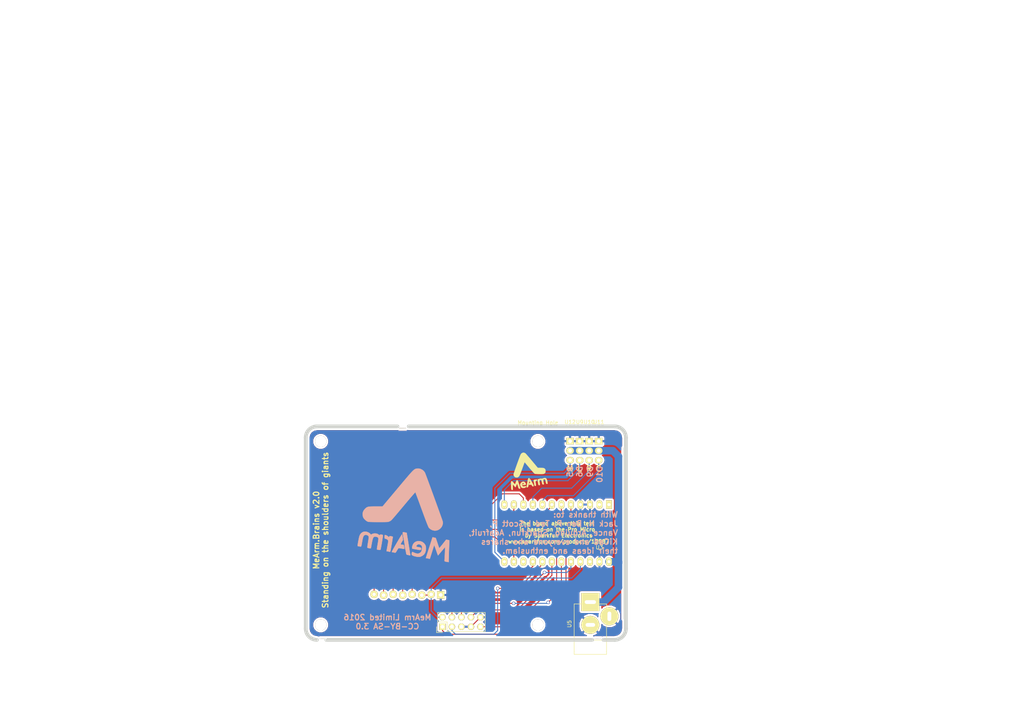
<source format=kicad_pcb>
(kicad_pcb (version 4) (host pcbnew "(2015-01-16 BZR 5376)-product")

  (general
    (links 35)
    (no_connects 0)
    (area 11.500001 -41.798043 285.160877 154.8)
    (thickness 1.6)
    (drawings 43)
    (tracks 122)
    (zones 0)
    (modules 29)
    (nets 23)
  )

  (page A4)
  (layers
    (0 F.Cu signal)
    (1 In1.Cu signal)
    (2 In2.Cu signal)
    (31 B.Cu signal)
    (32 B.Adhes user)
    (33 F.Adhes user)
    (34 B.Paste user)
    (35 F.Paste user)
    (36 B.SilkS user)
    (37 F.SilkS user)
    (38 B.Mask user)
    (39 F.Mask user)
    (40 Dwgs.User user)
    (41 Cmts.User user)
    (42 Eco1.User user)
    (43 Eco2.User user)
    (44 Edge.Cuts user)
    (45 Margin user)
    (46 B.CrtYd user)
    (47 F.CrtYd user)
    (48 B.Fab user)
    (49 F.Fab user)
  )

  (setup
    (last_trace_width 0.254)
    (user_trace_width 0.1524)
    (user_trace_width 1.1)
    (user_trace_width 2)
    (trace_clearance 0.254)
    (zone_clearance 0.508)
    (zone_45_only no)
    (trace_min 0)
    (segment_width 0.2)
    (edge_width 1)
    (via_size 0.889)
    (via_drill 0.635)
    (via_min_size 0.889)
    (via_min_drill 0.508)
    (uvia_size 0.508)
    (uvia_drill 0.127)
    (uvias_allowed no)
    (uvia_min_size 0.508)
    (uvia_min_drill 0.127)
    (pcb_text_width 0.3)
    (pcb_text_size 1.5 1.5)
    (mod_edge_width 0.15)
    (mod_text_size 1 1)
    (mod_text_width 0.15)
    (pad_size 2.75 2.75)
    (pad_drill 2.75)
    (pad_to_mask_clearance 0)
    (aux_axis_origin 0 0)
    (visible_elements 7FFFFF7F)
    (pcbplotparams
      (layerselection 0x010f0_80000001)
      (usegerberextensions true)
      (excludeedgelayer true)
      (linewidth 0.100000)
      (plotframeref false)
      (viasonmask false)
      (mode 1)
      (useauxorigin false)
      (hpglpennumber 1)
      (hpglpenspeed 20)
      (hpglpendiameter 15)
      (hpglpenoverlay 2)
      (psnegative false)
      (psa4output false)
      (plotreference false)
      (plotvalue false)
      (plotinvisibletext false)
      (padsonsilk false)
      (subtractmaskfromsilk true)
      (outputformat 1)
      (mirror false)
      (drillshape 0)
      (scaleselection 1)
      (outputdirectory Gerbers/))
  )

  (net 0 "")
  (net 1 GND)
  (net 2 +6V)
  (net 3 I2C_SDA)
  (net 4 I2C_SCLK)
  (net 5 BT_TX)
  (net 6 BT_RX)
  (net 7 LCD_DC)
  (net 8 RIGHT)
  (net 9 LEFT)
  (net 10 LCD_RST)
  (net 11 LCD_CE)
  (net 12 WAIST)
  (net 13 CLAW)
  (net 14 MOSI_D16)
  (net 15 MISO_D14)
  (net 16 SCLK_D15)
  (net 17 A0)
  (net 18 A1)
  (net 19 A2)
  (net 20 A3)
  (net 21 RST)
  (net 22 5V)

  (net_class Default "This is the default net class."
    (clearance 0.254)
    (trace_width 0.254)
    (via_dia 0.889)
    (via_drill 0.635)
    (uvia_dia 0.508)
    (uvia_drill 0.127)
    (add_net +6V)
    (add_net 5V)
    (add_net A0)
    (add_net A1)
    (add_net A2)
    (add_net A3)
    (add_net BT_RX)
    (add_net BT_TX)
    (add_net CLAW)
    (add_net GND)
    (add_net I2C_SCLK)
    (add_net I2C_SDA)
    (add_net LCD_CE)
    (add_net LCD_DC)
    (add_net LCD_RST)
    (add_net LEFT)
    (add_net MISO_D14)
    (add_net MOSI_D16)
    (add_net RIGHT)
    (add_net RST)
    (add_net SCLK_D15)
    (add_net WAIST)
  )

  (module Brains:Nokia5510LCD (layer F.Cu) (tedit 56FCFCC7) (tstamp 553F5A70)
    (at 120.65 114.3)
    (path /550BFF9E)
    (fp_text reference "" (at 0 -7.62) (layer F.SilkS)
      (effects (font (size 1.5 1.5) (thickness 0.15)))
    )
    (fp_text value "" (at 0 5.08) (layer F.SilkS)
      (effects (font (size 1.5 1.5) (thickness 0.15)))
    )
    (fp_text user "" (at -3.175 12.065) (layer F.SilkS)
      (effects (font (size 1.5 1.5) (thickness 0.15)))
    )
    (pad 1 thru_hole circle (at -8.89 2.54) (size 2 2) (drill 0.9) (layers *.Cu *.Mask F.SilkS)
      (net 10 LCD_RST))
    (pad 2 thru_hole circle (at -6.35 2.75) (size 2 2) (drill 1) (layers *.Cu *.Mask F.SilkS)
      (net 11 LCD_CE))
    (pad 3 thru_hole circle (at -3.81 2.54) (size 2 2) (drill 1) (layers *.Cu *.Mask F.SilkS)
      (net 7 LCD_DC))
    (pad 4 thru_hole circle (at -1.25 2.75) (size 2 2) (drill 1) (layers *.Cu *.Mask F.SilkS)
      (net 14 MOSI_D16))
    (pad 5 thru_hole circle (at 1.27 2.54) (size 2 2) (drill 1) (layers *.Cu *.Mask F.SilkS)
      (net 16 SCLK_D15))
    (pad 6 thru_hole circle (at 3.85 2.75) (size 2 2) (drill 1) (layers *.Cu *.Mask F.SilkS)
      (net 22 5V))
    (pad 7 thru_hole circle (at 6.35 2.54) (size 2 2) (drill 1) (layers *.Cu *.Mask F.SilkS)
      (net 22 5V))
    (pad 8 thru_hole rect (at 8.9 2.7) (size 2 2) (drill 1) (layers *.Cu *.Mask F.SilkS)
      (net 1 GND))
  )

  (module Pin_Headers:Pin_Header_Straight_1x03 (layer F.Cu) (tedit 56FBF827) (tstamp 55115DB5)
    (at 171.735 75.946)
    (descr "Through hole pin header")
    (tags "pin header")
    (path /550C0186)
    (fp_text reference U11 (at 0 -5.1) (layer F.SilkS)
      (effects (font (size 1 1) (thickness 0.15)))
    )
    (fp_text value Servo (at 0 -3.1) (layer F.Fab)
      (effects (font (size 1 1) (thickness 0.15)))
    )
    (fp_line (start -1.75 -1.75) (end -1.75 6.85) (layer F.CrtYd) (width 0.05))
    (fp_line (start 1.75 -1.75) (end 1.75 6.85) (layer F.CrtYd) (width 0.05))
    (fp_line (start -1.75 -1.75) (end 1.75 -1.75) (layer F.CrtYd) (width 0.05))
    (fp_line (start -1.75 6.85) (end 1.75 6.85) (layer F.CrtYd) (width 0.05))
    (pad 1 thru_hole rect (at 0 0) (size 2.032 1.7272) (drill 1.016) (layers *.Cu *.Mask F.SilkS)
      (net 1 GND))
    (pad 2 thru_hole oval (at 0 2.54) (size 2.032 1.7272) (drill 1.016) (layers *.Cu *.Mask F.SilkS)
      (net 2 +6V))
    (pad 3 thru_hole oval (at 0 5.08) (size 2.032 1.7272) (drill 1.016) (layers *.Cu *.Mask F.SilkS)
      (net 8 RIGHT))
    (model Pin_Headers.3dshapes/Pin_Header_Straight_1x03.wrl
      (at (xyz 0 -0.1 0))
      (scale (xyz 1 1 1))
      (rotate (xyz 0 0 90))
    )
  )

  (module Pin_Headers:Pin_Header_Straight_1x03 (layer F.Cu) (tedit 56FBF813) (tstamp 55115DA3)
    (at 169.195 75.946)
    (descr "Through hole pin header")
    (tags "pin header")
    (path /550C01D9)
    (fp_text reference U10 (at 0 -5.1) (layer F.SilkS)
      (effects (font (size 1 1) (thickness 0.15)))
    )
    (fp_text value Servo (at 0 -3.1) (layer F.Fab)
      (effects (font (size 1 1) (thickness 0.15)))
    )
    (fp_line (start -1.75 -1.75) (end -1.75 6.85) (layer F.CrtYd) (width 0.05))
    (fp_line (start 1.75 -1.75) (end 1.75 6.85) (layer F.CrtYd) (width 0.05))
    (fp_line (start -1.75 -1.75) (end 1.75 -1.75) (layer F.CrtYd) (width 0.05))
    (fp_line (start -1.75 6.85) (end 1.75 6.85) (layer F.CrtYd) (width 0.05))
    (pad 1 thru_hole rect (at 0 0) (size 2.032 1.7272) (drill 1.016) (layers *.Cu *.Mask F.SilkS)
      (net 1 GND))
    (pad 2 thru_hole oval (at 0 2.54) (size 2.032 1.7272) (drill 1.016) (layers *.Cu *.Mask F.SilkS)
      (net 2 +6V))
    (pad 3 thru_hole oval (at 0 5.08) (size 2.032 1.7272) (drill 1.016) (layers *.Cu *.Mask F.SilkS)
      (net 9 LEFT))
    (model Pin_Headers.3dshapes/Pin_Header_Straight_1x03.wrl
      (at (xyz 0 -0.1 0))
      (scale (xyz 1 1 1))
      (rotate (xyz 0 0 90))
    )
  )

  (module Pin_Headers:Pin_Header_Straight_1x03 (layer F.Cu) (tedit 56FBF7EF) (tstamp 56EFFC93)
    (at 166.655 75.946)
    (descr "Through hole pin header")
    (tags "pin header")
    (path /550C0236)
    (fp_text reference U9 (at 0 -5.1) (layer F.SilkS)
      (effects (font (size 1 1) (thickness 0.15)))
    )
    (fp_text value Servo (at 0 -3.1) (layer F.Fab)
      (effects (font (size 1 1) (thickness 0.15)))
    )
    (fp_line (start -1.75 -1.75) (end -1.75 6.85) (layer F.CrtYd) (width 0.05))
    (fp_line (start 1.75 -1.75) (end 1.75 6.85) (layer F.CrtYd) (width 0.05))
    (fp_line (start -1.75 -1.75) (end 1.75 -1.75) (layer F.CrtYd) (width 0.05))
    (fp_line (start -1.75 6.85) (end 1.75 6.85) (layer F.CrtYd) (width 0.05))
    (pad 1 thru_hole rect (at 0 0) (size 2.032 1.7272) (drill 1.016) (layers *.Cu *.Mask F.SilkS)
      (net 1 GND))
    (pad 2 thru_hole oval (at 0 2.54) (size 2.032 1.7272) (drill 1.016) (layers *.Cu *.Mask F.SilkS)
      (net 2 +6V))
    (pad 3 thru_hole oval (at 0 5.08) (size 2.032 1.7272) (drill 1.016) (layers *.Cu *.Mask F.SilkS)
      (net 12 WAIST))
    (model Pin_Headers.3dshapes/Pin_Header_Straight_1x03.wrl
      (at (xyz 0 -0.1 0))
      (scale (xyz 1 1 1))
      (rotate (xyz 0 0 90))
    )
  )

  (module Pin_Headers:Pin_Header_Straight_1x03 (layer F.Cu) (tedit 56FBF7CE) (tstamp 553FA077)
    (at 164.095 75.935)
    (descr "Through hole pin header")
    (tags "pin header")
    (path /550C0141)
    (fp_text reference U12 (at 0 -5.1) (layer F.SilkS)
      (effects (font (size 1 1) (thickness 0.15)))
    )
    (fp_text value Servo (at 0 -3.1) (layer F.Fab)
      (effects (font (size 1 1) (thickness 0.15)))
    )
    (fp_line (start -1.75 -1.75) (end -1.75 6.85) (layer F.CrtYd) (width 0.05))
    (fp_line (start 1.75 -1.75) (end 1.75 6.85) (layer F.CrtYd) (width 0.05))
    (fp_line (start -1.75 -1.75) (end 1.75 -1.75) (layer F.CrtYd) (width 0.05))
    (fp_line (start -1.75 6.85) (end 1.75 6.85) (layer F.CrtYd) (width 0.05))
    (pad 1 thru_hole rect (at 0 0) (size 2.032 1.7272) (drill 1.016) (layers *.Cu *.Mask F.SilkS)
      (net 1 GND))
    (pad 2 thru_hole oval (at 0 2.54) (size 2.032 1.7272) (drill 1.016) (layers *.Cu *.Mask F.SilkS)
      (net 2 +6V))
    (pad 3 thru_hole oval (at 0 5.08) (size 2.032 1.7272) (drill 1.016) (layers *.Cu *.Mask F.SilkS)
      (net 13 CLAW))
    (model Pin_Headers.3dshapes/Pin_Header_Straight_1x03.wrl
      (at (xyz 0 -0.1 0))
      (scale (xyz 1 1 1))
      (rotate (xyz 0 0 90))
    )
  )

  (module Sockets_DIP:DIP-24__600_ELL (layer F.Cu) (tedit 5579B4B4) (tstamp 55115D2A)
    (at 160.5 100.5 180)
    (descr "24 pins DIL package, elliptical pads")
    (tags DIL)
    (path /550C12FC)
    (fp_text reference U3 (at -11.43 -3.81 180) (layer F.SilkS)
      (effects (font (size 1 1) (thickness 0.15)))
    )
    (fp_text value promicro (at 0 2.54 180) (layer F.Fab)
      (effects (font (size 1 1) (thickness 0.15)))
    )
    (pad 1 thru_hole rect (at -13.97 7.62 180) (size 1.5748 2.286) (drill 0.8128) (layers *.Cu *.Mask F.SilkS)
      (net 5 BT_TX))
    (pad 2 thru_hole oval (at -11.43 7.62 180) (size 1.5748 2.286) (drill 0.8128) (layers *.Cu *.Mask F.SilkS)
      (net 6 BT_RX))
    (pad 3 thru_hole oval (at -8.89 7.62 180) (size 1.5748 2.286) (drill 0.8128) (layers *.Cu *.Mask F.SilkS)
      (net 1 GND))
    (pad 4 thru_hole oval (at -6.35 7.62 180) (size 1.5748 2.286) (drill 0.8128) (layers *.Cu *.Mask F.SilkS)
      (net 1 GND))
    (pad 5 thru_hole oval (at -3.81 7.62 180) (size 1.5748 2.286) (drill 0.8128) (layers *.Cu *.Mask F.SilkS)
      (net 3 I2C_SDA))
    (pad 6 thru_hole oval (at -1.27 7.62 180) (size 1.5748 2.286) (drill 0.8128) (layers *.Cu *.Mask F.SilkS)
      (net 4 I2C_SCLK))
    (pad 7 thru_hole oval (at 1.27 7.62 180) (size 1.5748 2.286) (drill 0.8128) (layers *.Cu *.Mask F.SilkS)
      (net 7 LCD_DC))
    (pad 8 thru_hole oval (at 3.81 7.62 180) (size 1.5748 2.286) (drill 0.8128) (layers *.Cu *.Mask F.SilkS)
      (net 8 RIGHT))
    (pad 9 thru_hole oval (at 6.35 7.62 180) (size 1.5748 2.286) (drill 0.8128) (layers *.Cu *.Mask F.SilkS)
      (net 9 LEFT))
    (pad 10 thru_hole oval (at 8.89 7.62 180) (size 1.5748 2.286) (drill 0.8128) (layers *.Cu *.Mask F.SilkS)
      (net 10 LCD_RST))
    (pad 11 thru_hole oval (at 11.43 7.62 180) (size 1.5748 2.286) (drill 0.8128) (layers *.Cu *.Mask F.SilkS)
      (net 11 LCD_CE))
    (pad 12 thru_hole oval (at 13.97 7.62 180) (size 1.5748 2.286) (drill 0.8128) (layers *.Cu *.Mask F.SilkS)
      (net 12 WAIST))
    (pad 13 thru_hole oval (at 13.97 -7.62 180) (size 1.5748 2.286) (drill 0.8128) (layers *.Cu *.Mask F.SilkS)
      (net 13 CLAW))
    (pad 14 thru_hole oval (at 11.43 -7.62 180) (size 1.5748 2.286) (drill 0.8128) (layers *.Cu *.Mask F.SilkS)
      (net 14 MOSI_D16))
    (pad 15 thru_hole oval (at 8.89 -7.62 180) (size 1.5748 2.286) (drill 0.8128) (layers *.Cu *.Mask F.SilkS)
      (net 15 MISO_D14))
    (pad 16 thru_hole oval (at 6.35 -7.62 180) (size 1.5748 2.286) (drill 0.8128) (layers *.Cu *.Mask F.SilkS)
      (net 16 SCLK_D15))
    (pad 17 thru_hole oval (at 3.81 -7.62 180) (size 1.5748 2.286) (drill 0.8128) (layers *.Cu *.Mask F.SilkS)
      (net 17 A0))
    (pad 18 thru_hole oval (at 1.27 -7.62 180) (size 1.5748 2.286) (drill 0.8128) (layers *.Cu *.Mask F.SilkS)
      (net 18 A1))
    (pad 19 thru_hole oval (at -1.27 -7.62 180) (size 1.5748 2.286) (drill 0.8128) (layers *.Cu *.Mask F.SilkS)
      (net 19 A2))
    (pad 20 thru_hole oval (at -3.81 -7.62 180) (size 1.5748 2.286) (drill 0.8128) (layers *.Cu *.Mask F.SilkS)
      (net 20 A3))
    (pad 21 thru_hole oval (at -6.35 -7.62 180) (size 1.5748 2.286) (drill 0.8128) (layers *.Cu *.Mask F.SilkS)
      (net 22 5V))
    (pad 22 thru_hole oval (at -8.89 -7.62 180) (size 1.5748 2.286) (drill 0.8128) (layers *.Cu *.Mask F.SilkS)
      (net 21 RST))
    (pad 23 thru_hole oval (at -11.43 -7.62 180) (size 1.5748 2.286) (drill 0.8128) (layers *.Cu *.Mask F.SilkS)
      (net 1 GND))
    (pad 24 thru_hole oval (at -13.97 -7.62 180) (size 1.5748 2.286) (drill 0.8128) (layers *.Cu *.Mask F.SilkS)
      (net 2 +6V))
    (model Sockets_DIP.3dshapes/DIP-24__600_ELL.wrl
      (at (xyz 0 0 0))
      (scale (xyz 1 1 1))
      (rotate (xyz 0 0 0))
    )
  )

  (module Brains:TinyDrillHole (layer F.Cu) (tedit 5579B018) (tstamp 5579B5B3)
    (at 98.933 128.651)
    (fp_text reference "" (at 0 0) (layer F.SilkS)
      (effects (font (size 1 1) (thickness 0.15)))
    )
    (fp_text value "" (at 0 0 90) (layer F.SilkS)
      (effects (font (size 1 1) (thickness 0.15)))
    )
    (pad 2 thru_hole circle (at 0 0) (size 0.3 0.3) (drill 0.3) (layers *.Cu *.Mask F.SilkS))
  )

  (module Brains:TinyDrillHole (layer F.Cu) (tedit 5579B018) (tstamp 5579B5AF)
    (at 98.552 128.651)
    (fp_text reference "" (at 0 0) (layer F.SilkS)
      (effects (font (size 1 1) (thickness 0.15)))
    )
    (fp_text value "" (at 0 0 90) (layer F.SilkS)
      (effects (font (size 1 1) (thickness 0.15)))
    )
    (pad 2 thru_hole circle (at 0 0) (size 0.3 0.3) (drill 0.3) (layers *.Cu *.Mask F.SilkS))
  )

  (module Brains:TinyDrillHole (layer F.Cu) (tedit 5579B018) (tstamp 5579B5AB)
    (at 98.171 128.651)
    (fp_text reference "" (at 0 0) (layer F.SilkS)
      (effects (font (size 1 1) (thickness 0.15)))
    )
    (fp_text value "" (at 0 0 90) (layer F.SilkS)
      (effects (font (size 1 1) (thickness 0.15)))
    )
    (pad 2 thru_hole circle (at 0 0) (size 0.3 0.3) (drill 0.3) (layers *.Cu *.Mask F.SilkS))
  )

  (module Brains:TinyDrillHole (layer F.Cu) (tedit 5579B018) (tstamp 5579B5A7)
    (at 97.79 128.651)
    (fp_text reference "" (at 0 0) (layer F.SilkS)
      (effects (font (size 1 1) (thickness 0.15)))
    )
    (fp_text value "" (at 0 0 90) (layer F.SilkS)
      (effects (font (size 1 1) (thickness 0.15)))
    )
    (pad 2 thru_hole circle (at 0 0) (size 0.3 0.3) (drill 0.3) (layers *.Cu *.Mask F.SilkS))
  )

  (module TinyDrillHole (layer F.Cu) (tedit 5579B018) (tstamp 5579B5A3)
    (at 97.409 128.651)
    (fp_text reference "" (at 0 0) (layer F.SilkS)
      (effects (font (size 1 1) (thickness 0.15)))
    )
    (fp_text value "" (at 0 0 90) (layer F.SilkS)
      (effects (font (size 1 1) (thickness 0.15)))
    )
    (pad 2 thru_hole circle (at 0 0) (size 0.3 0.3) (drill 0.3) (layers *.Cu *.Mask F.SilkS))
  )

  (module Brains:TinyDrillHole (layer F.Cu) (tedit 5579B018) (tstamp 5579B58B)
    (at 172.339 128.651)
    (fp_text reference "" (at 0 0) (layer F.SilkS)
      (effects (font (size 1 1) (thickness 0.15)))
    )
    (fp_text value "" (at 0 0 90) (layer F.SilkS)
      (effects (font (size 1 1) (thickness 0.15)))
    )
    (pad 2 thru_hole circle (at 0 0) (size 0.3 0.3) (drill 0.3) (layers *.Cu *.Mask F.SilkS))
  )

  (module Brains:TinyDrillHole (layer F.Cu) (tedit 5579B018) (tstamp 5579B587)
    (at 171.958 128.651)
    (fp_text reference "" (at 0 0) (layer F.SilkS)
      (effects (font (size 1 1) (thickness 0.15)))
    )
    (fp_text value "" (at 0 0 90) (layer F.SilkS)
      (effects (font (size 1 1) (thickness 0.15)))
    )
    (pad 2 thru_hole circle (at 0 0) (size 0.3 0.3) (drill 0.3) (layers *.Cu *.Mask F.SilkS))
  )

  (module Brains:TinyDrillHole (layer F.Cu) (tedit 5579B018) (tstamp 5579B583)
    (at 171.577 128.651)
    (fp_text reference "" (at 0 0) (layer F.SilkS)
      (effects (font (size 1 1) (thickness 0.15)))
    )
    (fp_text value "" (at 0 0 90) (layer F.SilkS)
      (effects (font (size 1 1) (thickness 0.15)))
    )
    (pad 2 thru_hole circle (at 0 0) (size 0.3 0.3) (drill 0.3) (layers *.Cu *.Mask F.SilkS))
  )

  (module Brains:TinyDrillHole (layer F.Cu) (tedit 5579B018) (tstamp 5579B57F)
    (at 171.196 128.651)
    (fp_text reference "" (at 0 0) (layer F.SilkS)
      (effects (font (size 1 1) (thickness 0.15)))
    )
    (fp_text value "" (at 0 0 90) (layer F.SilkS)
      (effects (font (size 1 1) (thickness 0.15)))
    )
    (pad 2 thru_hole circle (at 0 0) (size 0.3 0.3) (drill 0.3) (layers *.Cu *.Mask F.SilkS))
  )

  (module TinyDrillHole (layer F.Cu) (tedit 5579B018) (tstamp 5579B57B)
    (at 170.815 128.651)
    (fp_text reference "" (at 0 0) (layer F.SilkS)
      (effects (font (size 1 1) (thickness 0.15)))
    )
    (fp_text value "" (at 0 0 90) (layer F.SilkS)
      (effects (font (size 1 1) (thickness 0.15)))
    )
    (pad 2 thru_hole circle (at 0 0) (size 0.3 0.3) (drill 0.3) (layers *.Cu *.Mask F.SilkS))
  )

  (module TinyDrillHole (layer F.Cu) (tedit 5579B018) (tstamp 55798979)
    (at 118.618 72.517)
    (fp_text reference "" (at 0 0) (layer F.SilkS)
      (effects (font (size 1 1) (thickness 0.15)))
    )
    (fp_text value "" (at 0 0 90) (layer F.SilkS)
      (effects (font (size 1 1) (thickness 0.15)))
    )
    (pad 2 thru_hole circle (at 0 0) (size 0.3 0.3) (drill 0.3) (layers *.Cu *.Mask F.SilkS))
  )

  (module Pin_Headers:Pin_Header_Straight_2x05 (layer F.Cu) (tedit 56FCFB8B) (tstamp 55115D44)
    (at 130 125.5 90)
    (descr "Through hole pin header")
    (tags "pin header")
    (path /550C095A)
    (fp_text reference "" (at 0 -5.1 90) (layer F.SilkS)
      (effects (font (size 1 1) (thickness 0.15)))
    )
    (fp_text value JoyConnectISP (at -3.556 5.207 360) (layer F.Fab)
      (effects (font (size 1 1) (thickness 0.15)))
    )
    (fp_line (start -1.75 -1.75) (end -1.75 11.95) (layer F.CrtYd) (width 0.05))
    (fp_line (start 4.3 -1.75) (end 4.3 11.95) (layer F.CrtYd) (width 0.05))
    (fp_line (start -1.75 -1.75) (end 4.3 -1.75) (layer F.CrtYd) (width 0.05))
    (fp_line (start -1.75 11.95) (end 4.3 11.95) (layer F.CrtYd) (width 0.05))
    (fp_line (start 3.81 -1.27) (end 3.81 11.43) (layer F.SilkS) (width 0.15))
    (fp_line (start 3.81 11.43) (end -1.27 11.43) (layer F.SilkS) (width 0.15))
    (fp_line (start -1.27 11.43) (end -1.27 1.27) (layer F.SilkS) (width 0.15))
    (fp_line (start 3.81 -1.27) (end 1.27 -1.27) (layer F.SilkS) (width 0.15))
    (fp_line (start 0 -1.55) (end -1.55 -1.55) (layer F.SilkS) (width 0.15))
    (fp_line (start 1.27 -1.27) (end 1.27 1.27) (layer F.SilkS) (width 0.15))
    (fp_line (start 1.27 1.27) (end -1.27 1.27) (layer F.SilkS) (width 0.15))
    (fp_line (start -1.55 -1.55) (end -1.55 0) (layer F.SilkS) (width 0.15))
    (pad 1 thru_hole rect (at 0 0 90) (size 1.7272 1.7272) (drill 1.016) (layers *.Cu *.Mask F.SilkS)
      (net 3 I2C_SDA))
    (pad 2 thru_hole oval (at 2.54 0 90) (size 1.7272 1.7272) (drill 1.016) (layers *.Cu *.Mask F.SilkS)
      (net 22 5V))
    (pad 3 thru_hole oval (at 0 2.54 90) (size 1.7272 1.7272) (drill 1.016) (layers *.Cu *.Mask F.SilkS)
      (net 17 A0))
    (pad 4 thru_hole oval (at 2.54 2.54 90) (size 1.7272 1.7272) (drill 1.016) (layers *.Cu *.Mask F.SilkS)
      (net 20 A3))
    (pad 5 thru_hole oval (at 0 5.08 90) (size 1.7272 1.7272) (drill 1.016) (layers *.Cu *.Mask F.SilkS)
      (net 1 GND))
    (pad 6 thru_hole oval (at 2.54 5.08 90) (size 1.7272 1.7272) (drill 1.016) (layers *.Cu *.Mask F.SilkS)
      (net 19 A2))
    (pad 7 thru_hole oval (at 0 7.62 90) (size 1.7272 1.7272) (drill 1.016) (layers *.Cu *.Mask F.SilkS)
      (net 1 GND))
    (pad 8 thru_hole oval (at 2.54 7.62 90) (size 1.7272 1.7272) (drill 1.016) (layers *.Cu *.Mask F.SilkS)
      (net 18 A1))
    (pad 9 thru_hole oval (at 0 10.16 90) (size 1.7272 1.7272) (drill 1.016) (layers *.Cu *.Mask F.SilkS)
      (net 4 I2C_SCLK))
    (pad 10 thru_hole oval (at 2.54 10.16 90) (size 1.7272 1.7272) (drill 1.016) (layers *.Cu *.Mask F.SilkS)
      (net 1 GND))
    (model Pin_Headers.3dshapes/Pin_Header_Straight_2x05.wrl
      (at (xyz 0.05 -0.2 0))
      (scale (xyz 1 1 1))
      (rotate (xyz 0 0 90))
    )
  )

  (module Connect:JACK_ALIM (layer F.Cu) (tedit 56FCF18C) (tstamp 55115D4B)
    (at 169.5 125 90)
    (descr "module 1 pin (ou trou mecanique de percage)")
    (tags "CONN JACK")
    (path /550C0A0B)
    (fp_text reference U5 (at 0.254 -5.588 90) (layer F.SilkS)
      (effects (font (size 1 1) (thickness 0.15)))
    )
    (fp_text value JACK_2MM1 (at -5.08 5.588 270) (layer F.Fab)
      (effects (font (size 1 1) (thickness 0.15)))
    )
    (fp_line (start -7.112 -4.318) (end -7.874 -4.318) (layer F.SilkS) (width 0.15))
    (fp_line (start -7.874 -4.318) (end -7.874 4.318) (layer F.SilkS) (width 0.15))
    (fp_line (start -7.874 4.318) (end -7.112 4.318) (layer F.SilkS) (width 0.15))
    (fp_line (start -4.064 -4.318) (end -4.064 4.318) (layer F.SilkS) (width 0.15))
    (fp_line (start 5.588 -4.318) (end 5.588 4.318) (layer F.SilkS) (width 0.15))
    (fp_line (start -7.112 4.318) (end 5.588 4.318) (layer F.SilkS) (width 0.15))
    (fp_line (start -7.112 -4.318) (end 5.588 -4.318) (layer F.SilkS) (width 0.15))
    (pad 2 thru_hole circle (at 0 0 90) (size 4.8006 4.8006) (drill oval 1.016 2.54) (layers *.Cu *.Mask F.SilkS)
      (net 1 GND))
    (pad 1 thru_hole rect (at 6.096 0 90) (size 4.8006 4.8006) (drill oval 1.016 3) (layers *.Cu *.Mask F.SilkS)
      (net 2 +6V))
    (pad 3 thru_hole circle (at 2.286 5.08 90) (size 4.8006 4.8006) (drill oval 2.54 1.016) (layers *.Cu *.Mask F.SilkS)
      (net 1 GND))
    (model Connect.3dshapes/JACK_ALIM.wrl
      (at (xyz 0 0 0))
      (scale (xyz 0.8 0.8 0.8))
      (rotate (xyz 0 0 0))
    )
  )

  (module Brains:Mounting_Hole (layer F.Cu) (tedit 56FCF941) (tstamp 56E7EE9B)
    (at 97.5 76)
    (fp_text reference "" (at 0 -5) (layer F.SilkS)
      (effects (font (size 1 1) (thickness 0.15)))
    )
    (fp_text value "" (at 4.5 0) (layer F.SilkS)
      (effects (font (size 1 1) (thickness 0.15)))
    )
    (pad "" thru_hole circle (at 0 0) (size 3 3) (drill 3) (layers *.Cu *.Mask F.SilkS))
  )

  (module Brains:Mounting_Hole (layer F.Cu) (tedit 56FCF94F) (tstamp 56E7EE95)
    (at 155.5 76)
    (fp_text reference Mounting_Hole (at 0 -5) (layer F.SilkS)
      (effects (font (size 1 1) (thickness 0.15)))
    )
    (fp_text value "" (at 0 5) (layer F.SilkS)
      (effects (font (size 1 1) (thickness 0.15)))
    )
    (pad "" thru_hole circle (at 0 0) (size 3 3) (drill 3) (layers *.Cu *.Mask F.SilkS))
  )

  (module Brains:Mounting_Hole (layer F.Cu) (tedit 56FCF95B) (tstamp 553FB07A)
    (at 97.5 125)
    (fp_text reference "" (at 0 -5) (layer F.SilkS)
      (effects (font (size 1 1) (thickness 0.15)))
    )
    (fp_text value "" (at 0 5) (layer F.SilkS)
      (effects (font (size 1 1) (thickness 0.15)))
    )
    (pad "" thru_hole circle (at 0 0) (size 3 3) (drill 3) (layers *.Cu *.Mask F.SilkS))
  )

  (module Brains:Mounting_Hole (layer F.Cu) (tedit 56FCFB72) (tstamp 553FB083)
    (at 155.5 125)
    (fp_text reference "" (at 0 -5) (layer F.SilkS)
      (effects (font (size 1 1) (thickness 0.15)))
    )
    (fp_text value "" (at 0 5) (layer F.SilkS)
      (effects (font (size 1 1) (thickness 0.15)))
    )
    (pad "" thru_hole circle (at 0 0) (size 3 3) (drill 3) (layers *.Cu *.Mask F.SilkS))
  )

  (module Brains:TinyDrillHole (layer F.Cu) (tedit 5579B018) (tstamp 5579B55B)
    (at 118.999 72.517)
    (fp_text reference "" (at 0 0) (layer F.SilkS)
      (effects (font (size 1 1) (thickness 0.15)))
    )
    (fp_text value "" (at 0 0 90) (layer F.SilkS)
      (effects (font (size 1 1) (thickness 0.15)))
    )
    (pad 2 thru_hole circle (at 0 0) (size 0.3 0.3) (drill 0.3) (layers *.Cu *.Mask F.SilkS))
  )

  (module Brains:TinyDrillHole (layer F.Cu) (tedit 5579B018) (tstamp 5579B564)
    (at 119.38 72.517)
    (fp_text reference "" (at 0 0) (layer F.SilkS)
      (effects (font (size 1 1) (thickness 0.15)))
    )
    (fp_text value "" (at 0 0 90) (layer F.SilkS)
      (effects (font (size 1 1) (thickness 0.15)))
    )
    (pad 2 thru_hole circle (at 0 0) (size 0.3 0.3) (drill 0.3) (layers *.Cu *.Mask F.SilkS))
  )

  (module Brains:TinyDrillHole (layer F.Cu) (tedit 5579B018) (tstamp 5579B56D)
    (at 119.761 72.517)
    (fp_text reference "" (at 0 0) (layer F.SilkS)
      (effects (font (size 1 1) (thickness 0.15)))
    )
    (fp_text value "" (at 0 0 90) (layer F.SilkS)
      (effects (font (size 1 1) (thickness 0.15)))
    )
    (pad 2 thru_hole circle (at 0 0) (size 0.3 0.3) (drill 0.3) (layers *.Cu *.Mask F.SilkS))
  )

  (module Brains:TinyDrillHole (layer F.Cu) (tedit 5579B018) (tstamp 5579B576)
    (at 120.142 72.517)
    (fp_text reference "" (at 0 0) (layer F.SilkS)
      (effects (font (size 1 1) (thickness 0.15)))
    )
    (fp_text value "" (at 0 0 90) (layer F.SilkS)
      (effects (font (size 1 1) (thickness 0.15)))
    )
    (pad 2 thru_hole circle (at 0 0) (size 0.3 0.3) (drill 0.3) (layers *.Cu *.Mask F.SilkS))
  )

  (module brains:MeArmLogo25mm (layer B.Cu) (tedit 55796BDC) (tstamp 56FC0ACE)
    (at 119.634 95.758 180)
    (fp_text reference G*** (at 0 0 180) (layer B.SilkS) hide
      (effects (font (thickness 0.3)) (justify mirror))
    )
    (fp_text value LOGO (at 0.75 0 180) (layer B.SilkS) hide
      (effects (font (thickness 0.3)) (justify mirror))
    )
    (fp_poly (pts (xy -5.957532 -11.387667) (xy -6.471266 -11.485801) (xy -6.741349 -11.535023) (xy -6.932376 -11.56534)
      (xy -6.99835 -11.570468) (xy -7.026289 -11.489431) (xy -7.097235 -11.269743) (xy -7.203881 -10.934439)
      (xy -7.338917 -10.506554) (xy -7.495034 -10.00912) (xy -7.58023 -9.736667) (xy -7.744714 -9.211848)
      (xy -7.892397 -8.744121) (xy -8.015856 -8.356709) (xy -8.107669 -8.072836) (xy -8.160412 -7.915725)
      (xy -8.169845 -7.891925) (xy -8.202954 -7.959552) (xy -8.281817 -8.162284) (xy -8.397176 -8.475076)
      (xy -8.539772 -8.872885) (xy -8.678473 -9.267758) (xy -8.83781 -9.721181) (xy -8.978428 -10.113388)
      (xy -9.090907 -10.418747) (xy -9.165828 -10.611628) (xy -9.19303 -10.668) (xy -9.252897 -10.605972)
      (xy -9.401676 -10.434184) (xy -9.62123 -10.174076) (xy -9.893419 -9.847091) (xy -10.124092 -9.567334)
      (xy -10.425219 -9.203631) (xy -10.688946 -8.89062) (xy -10.896794 -8.649791) (xy -11.030282 -8.502635)
      (xy -11.070567 -8.466667) (xy -11.081251 -8.54617) (xy -11.083699 -8.76454) (xy -11.078996 -9.091565)
      (xy -11.068228 -9.497036) (xy -11.052479 -9.950743) (xy -11.032835 -10.422474) (xy -11.010382 -10.882021)
      (xy -10.986204 -11.299172) (xy -10.961388 -11.643717) (xy -10.953011 -11.738811) (xy -10.928408 -11.984969)
      (xy -10.929682 -12.144067) (xy -10.98545 -12.241649) (xy -11.124328 -12.303258) (xy -11.374932 -12.354437)
      (xy -11.705166 -12.410194) (xy -12.022666 -12.464845) (xy -12.022216 -11.926256) (xy -12.025519 -11.697605)
      (xy -12.035059 -11.328299) (xy -12.049908 -10.846864) (xy -12.069139 -10.281826) (xy -12.091823 -9.661712)
      (xy -12.116293 -9.033465) (xy -12.139814 -8.420461) (xy -12.159034 -7.865011) (xy -12.173368 -7.388908)
      (xy -12.182229 -7.013944) (xy -12.185033 -6.761914) (xy -12.181193 -6.65461) (xy -12.180243 -6.652481)
      (xy -12.085651 -6.625564) (xy -11.880561 -6.587795) (xy -11.755701 -6.568557) (xy -11.361736 -6.511418)
      (xy -10.454609 -7.662561) (xy -10.15766 -8.035059) (xy -9.897436 -8.353273) (xy -9.691425 -8.596484)
      (xy -9.557116 -8.743969) (xy -9.512544 -8.778766) (xy -9.475451 -8.690733) (xy -9.394871 -8.469125)
      (xy -9.280352 -8.141182) (xy -9.141443 -7.734142) (xy -9.028801 -7.398747) (xy -8.579998 -6.053667)
      (xy -8.168064 -5.950324) (xy -7.929974 -5.894662) (xy -7.773733 -5.865865) (xy -7.740681 -5.865657)
      (xy -7.712094 -5.947721) (xy -7.637887 -6.172396) (xy -7.524112 -6.521037) (xy -7.376822 -6.974998)
      (xy -7.20207 -7.515634) (xy -7.005907 -8.124299) (xy -6.841381 -8.636) (xy -5.957532 -11.387667)
      (xy -5.957532 -11.387667)) (layer B.SilkS) (width 0.1))
    (fp_poly (pts (xy -2.16521 -10.367798) (xy -2.186054 -10.516404) (xy -2.198995 -10.538183) (xy -2.412445 -10.697785)
      (xy -2.748012 -10.840589) (xy -3.158619 -10.956735) (xy -3.597193 -11.036362) (xy -4.016658 -11.06961)
      (xy -4.369939 -11.046619) (xy -4.487881 -11.017615) (xy -5.043849 -10.761964) (xy -5.466563 -10.403848)
      (xy -5.758111 -9.940247) (xy -5.92058 -9.368142) (xy -5.958774 -8.89) (xy -5.949827 -8.499578)
      (xy -5.904503 -8.212719) (xy -5.811182 -7.965473) (xy -5.779522 -7.903356) (xy -5.447418 -7.447706)
      (xy -5.012262 -7.116318) (xy -4.497928 -6.921372) (xy -3.928292 -6.875045) (xy -3.787395 -6.887228)
      (xy -3.278882 -7.025646) (xy -2.859343 -7.299738) (xy -2.544848 -7.692342) (xy -2.351463 -8.186298)
      (xy -2.304748 -8.470675) (xy -2.286598 -8.715833) (xy -2.311672 -8.842192) (xy -2.406682 -8.89948)
      (xy -2.550947 -8.928987) (xy -2.756467 -8.965553) (xy -3.076944 -9.022802) (xy -3.460671 -9.091491)
      (xy -3.699736 -9.134347) (xy -4.110051 -9.204807) (xy -4.382297 -9.235089) (xy -4.544777 -9.216557)
      (xy -4.625791 -9.140574) (xy -4.653642 -8.998505) (xy -4.656666 -8.842355) (xy -4.653608 -8.747539)
      (xy -4.624618 -8.681027) (xy -4.539978 -8.629828) (xy -4.36997 -8.580947) (xy -4.084873 -8.521392)
      (xy -3.793428 -8.464951) (xy -3.499904 -8.391064) (xy -3.36598 -8.297311) (xy -3.382037 -8.157601)
      (xy -3.538456 -7.94584) (xy -3.583375 -7.895167) (xy -3.822792 -7.741394) (xy -4.114986 -7.709578)
      (xy -4.416289 -7.78249) (xy -4.683037 -7.9429) (xy -4.871562 -8.173578) (xy -4.938327 -8.42979)
      (xy -4.918771 -8.906242) (xy -4.846929 -9.329769) (xy -4.73222 -9.657501) (xy -4.636958 -9.801202)
      (xy -4.331468 -10.060481) (xy -3.997672 -10.199744) (xy -3.615445 -10.218599) (xy -3.164658 -10.116652)
      (xy -2.625184 -9.893511) (xy -2.354238 -9.756679) (xy -2.288749 -9.79805) (xy -2.227873 -9.951665)
      (xy -2.182922 -10.160566) (xy -2.16521 -10.367798) (xy -2.16521 -10.367798)) (layer B.SilkS) (width 0.1))
    (fp_poly (pts (xy 0.218379 -4.667589) (xy 0.210183 -4.83054) (xy 0.176421 -5.08361) (xy 0.114536 -5.447557)
      (xy 0.021972 -5.943133) (xy -0.05476 -6.340048) (xy -0.140286 -6.811495) (xy -0.216292 -7.289655)
      (xy -0.273773 -7.714297) (xy -0.301547 -7.991048) (xy -0.341218 -8.362831) (xy -0.401989 -8.728387)
      (xy -0.461332 -8.974667) (xy -0.548316 -9.296453) (xy -0.61863 -9.622183) (xy -0.630855 -9.694334)
      (xy -0.689528 -10.059929) (xy -0.740797 -10.292162) (xy -0.802942 -10.425047) (xy -0.894238 -10.492596)
      (xy -1.032964 -10.528824) (xy -1.084358 -10.538269) (xy -1.349139 -10.589263) (xy -1.573107 -10.637218)
      (xy -1.5875 -10.640626) (xy -1.734848 -10.649454) (xy -1.780488 -10.613679) (xy -1.767643 -10.515975)
      (xy -1.730007 -10.270724) (xy -1.67072 -9.897392) (xy -1.592922 -9.415447) (xy -1.499752 -8.844355)
      (xy -1.394352 -8.203582) (xy -1.294489 -7.600615) (xy -0.806003 -4.66023) (xy -0.361886 -4.568032)
      (xy -0.096963 -4.525435) (xy 0.102653 -4.5158) (xy 0.168299 -4.529027) (xy 0.203566 -4.574003)
      (xy 0.218379 -4.667589) (xy 0.218379 -4.667589)) (layer B.SilkS) (width 0.1))
    (fp_poly (pts (xy 3.132667 -9.754981) (xy 3.057701 -9.797992) (xy 2.869045 -9.845567) (xy 2.772834 -9.86241)
      (xy 2.513734 -9.906678) (xy 2.310046 -9.948258) (xy 2.27256 -9.957772) (xy 2.174195 -9.933599)
      (xy 2.048083 -9.798591) (xy 1.879101 -9.534368) (xy 1.779796 -9.35892) (xy 1.573115 -9.015225)
      (xy 1.404263 -8.797229) (xy 1.28551 -8.720767) (xy 1.285236 -8.720767) (xy 1.1361 -8.736096)
      (xy 0.874106 -8.776455) (xy 0.55242 -8.833555) (xy 0.509052 -8.841763) (xy 0.20248 -8.895014)
      (xy -0.033049 -8.926131) (xy -0.154285 -8.929634) (xy -0.160872 -8.926684) (xy -0.168009 -8.830478)
      (xy -0.149431 -8.618467) (xy -0.11959 -8.40489) (xy -0.042333 -7.919072) (xy 0.379144 -7.849003)
      (xy 0.626166 -7.803306) (xy 0.792845 -7.763768) (xy 0.831204 -7.748351) (xy 0.805853 -7.666608)
      (xy 0.711516 -7.476132) (xy 0.566584 -7.213237) (xy 0.515213 -7.124349) (xy 0.168637 -6.530931)
      (xy 0.264553 -5.868965) (xy 0.316844 -5.541773) (xy 0.368493 -5.27454) (xy 0.409826 -5.116231)
      (xy 0.416132 -5.101705) (xy 0.465727 -5.152918) (xy 0.586209 -5.330843) (xy 0.765406 -5.614629)
      (xy 0.991145 -5.983423) (xy 1.251253 -6.416376) (xy 1.533558 -6.892636) (xy 1.825887 -7.391352)
      (xy 2.116068 -7.891672) (xy 2.391926 -8.372746) (xy 2.641291 -8.813722) (xy 2.851989 -9.193749)
      (xy 3.011848 -9.491976) (xy 3.108694 -9.687553) (xy 3.132667 -9.754981) (xy 3.132667 -9.754981)) (layer B.SilkS) (width 0.1))
    (fp_poly (pts (xy 5.08 -5.711164) (xy 5.075341 -5.976896) (xy 5.04361 -6.12018) (xy 4.95818 -6.187901)
      (xy 4.792421 -6.226944) (xy 4.78642 -6.22807) (xy 4.51371 -6.326739) (xy 4.272119 -6.493717)
      (xy 4.109492 -6.688719) (xy 4.068189 -6.832791) (xy 4.084299 -6.966251) (xy 4.125919 -7.233193)
      (xy 4.187588 -7.600623) (xy 4.263844 -8.035547) (xy 4.306351 -8.271401) (xy 4.540325 -9.557801)
      (xy 4.196329 -9.611086) (xy 3.941972 -9.654581) (xy 3.743869 -9.695418) (xy 3.713995 -9.703105)
      (xy 3.584542 -9.669292) (xy 3.530436 -9.548753) (xy 3.483856 -9.326503) (xy 3.420988 -8.993577)
      (xy 3.346543 -8.578451) (xy 3.265229 -8.109597) (xy 3.181756 -7.615492) (xy 3.100832 -7.124608)
      (xy 3.027167 -6.66542) (xy 2.96547 -6.266403) (xy 2.92045 -5.956031) (xy 2.896816 -5.762777)
      (xy 2.895886 -5.711893) (xy 3.004511 -5.667981) (xy 3.209478 -5.621389) (xy 3.446776 -5.582478)
      (xy 3.652394 -5.561611) (xy 3.762321 -5.569147) (xy 3.764987 -5.571209) (xy 3.802766 -5.684093)
      (xy 3.81 -5.780215) (xy 3.825501 -5.864715) (xy 3.892007 -5.855355) (xy 4.039522 -5.741883)
      (xy 4.115739 -5.675766) (xy 4.478666 -5.409958) (xy 4.811227 -5.268366) (xy 4.958512 -5.249334)
      (xy 5.033049 -5.297236) (xy 5.070959 -5.459992) (xy 5.08 -5.711164) (xy 5.08 -5.711164)) (layer B.SilkS) (width 0.1))
    (fp_poly (pts (xy 12.26992 -8.148294) (xy 12.266091 -8.166385) (xy 12.171735 -8.19783) (xy 11.963698 -8.244827)
      (xy 11.791759 -8.277957) (xy 11.614431 -8.31306) (xy 11.486092 -8.328833) (xy 11.394179 -8.303003)
      (xy 11.326127 -8.213297) (xy 11.269372 -8.037442) (xy 11.211349 -7.753167) (xy 11.139495 -7.338198)
      (xy 11.086268 -7.027334) (xy 10.982553 -6.462551) (xy 10.888361 -6.040352) (xy 10.794485 -5.735028)
      (xy 10.691719 -5.520869) (xy 10.57086 -5.372163) (xy 10.463779 -5.28876) (xy 10.186568 -5.192261)
      (xy 9.878792 -5.211182) (xy 9.591827 -5.326941) (xy 9.377048 -5.52096) (xy 9.293165 -5.712101)
      (xy 9.293427 -5.866771) (xy 9.320874 -6.153756) (xy 9.371255 -6.538984) (xy 9.440315 -6.988381)
      (xy 9.486324 -7.259707) (xy 9.581251 -7.835372) (xy 9.638103 -8.261679) (xy 9.656343 -8.533595)
      (xy 9.635435 -8.64609) (xy 9.634136 -8.646987) (xy 9.515523 -8.685337) (xy 9.307131 -8.72824)
      (xy 9.070962 -8.765944) (xy 8.869013 -8.788701) (xy 8.763287 -8.78676) (xy 8.760042 -8.784443)
      (xy 8.740083 -8.698061) (xy 8.696766 -8.474229) (xy 8.635563 -8.14236) (xy 8.561946 -7.731865)
      (xy 8.521809 -7.504131) (xy 8.404204 -6.88538) (xy 8.291672 -6.416532) (xy 8.176612 -6.078629)
      (xy 8.051423 -5.852716) (xy 7.908503 -5.719836) (xy 7.786415 -5.670144) (xy 7.46254 -5.656254)
      (xy 7.118477 -5.739) (xy 6.844444 -5.896606) (xy 6.84306 -5.897854) (xy 6.774102 -5.971906)
      (xy 6.728376 -6.064071) (xy 6.707074 -6.19704) (xy 6.711383 -6.393504) (xy 6.742496 -6.676157)
      (xy 6.8016 -7.06769) (xy 6.889887 -7.590794) (xy 6.949863 -7.934527) (xy 7.019322 -8.348273)
      (xy 7.072167 -8.698387) (xy 7.104055 -8.953151) (xy 7.110644 -9.080847) (xy 7.107918 -9.08912)
      (xy 7.00906 -9.119672) (xy 6.797043 -9.159306) (xy 6.628654 -9.184226) (xy 6.370268 -9.213199)
      (xy 6.232575 -9.201312) (xy 6.169201 -9.135322) (xy 6.143278 -9.045632) (xy 6.085395 -8.765077)
      (xy 6.014179 -8.385854) (xy 5.934364 -7.937102) (xy 5.850686 -7.447957) (xy 5.76788 -6.947557)
      (xy 5.690678 -6.465039) (xy 5.623817 -6.02954) (xy 5.572031 -5.670197) (xy 5.540055 -5.416147)
      (xy 5.532622 -5.296527) (xy 5.53348 -5.292895) (xy 5.635725 -5.21354) (xy 5.839288 -5.146874)
      (xy 5.898133 -5.135589) (xy 6.142302 -5.118285) (xy 6.286847 -5.177406) (xy 6.328216 -5.22332)
      (xy 6.4139 -5.31053) (xy 6.504768 -5.288765) (xy 6.62455 -5.185645) (xy 6.984518 -4.956027)
      (xy 7.42384 -4.8381) (xy 7.889975 -4.837359) (xy 8.330383 -4.959299) (xy 8.410648 -4.998835)
      (xy 8.733121 -5.171671) (xy 8.90423 -4.95414) (xy 9.177115 -4.709137) (xy 9.554537 -4.502788)
      (xy 9.971768 -4.368964) (xy 10.049954 -4.354571) (xy 10.534145 -4.35649) (xy 10.976843 -4.51092)
      (xy 11.35604 -4.802164) (xy 11.649729 -5.214525) (xy 11.804026 -5.605666) (xy 11.865396 -5.85116)
      (xy 11.93837 -6.186585) (xy 12.016697 -6.57731) (xy 12.094128 -6.988701) (xy 12.164416 -7.386127)
      (xy 12.221309 -7.734956) (xy 12.258561 -8.000556) (xy 12.26992 -8.148294) (xy 12.26992 -8.148294)) (layer B.SilkS) (width 0.1))
    (fp_poly (pts (xy 10.927479 0.209205) (xy 10.828708 -0.381) (xy 10.682731 -0.686019) (xy 10.427042 -1.014065)
      (xy 10.107106 -1.320385) (xy 9.768386 -1.560227) (xy 9.515177 -1.673944) (xy 9.319827 -1.709307)
      (xy 8.991751 -1.736951) (xy 8.522845 -1.757171) (xy 7.905007 -1.770261) (xy 7.130132 -1.776517)
      (xy 6.678844 -1.777173) (xy 5.963636 -1.776564) (xy 5.396487 -1.774281) (xy 4.956124 -1.768847)
      (xy 4.621271 -1.758783) (xy 4.370656 -1.742612) (xy 4.183003 -1.718856) (xy 4.037039 -1.686037)
      (xy 3.911491 -1.642677) (xy 3.785083 -1.587299) (xy 3.756845 -1.574194) (xy 3.665467 -1.531463)
      (xy 3.581037 -1.488015) (xy 3.495274 -1.43462) (xy 3.399898 -1.362046) (xy 3.28663 -1.261062)
      (xy 3.14719 -1.122437) (xy 2.973298 -0.936941) (xy 2.756675 -0.695342) (xy 2.489041 -0.38841)
      (xy 2.162116 -0.006914) (xy 1.767621 0.458378) (xy 1.297275 1.016696) (xy 0.742799 1.677272)
      (xy 0.095914 2.449336) (xy -0.635 3.322221) (xy -1.141025 3.92384) (xy -1.614372 4.481383)
      (xy -2.043967 4.982186) (xy -2.418737 5.413581) (xy -2.727609 5.762903) (xy -2.959509 6.017486)
      (xy -3.103365 6.164664) (xy -3.147756 6.196437) (xy -3.186475 6.108311) (xy -3.277539 5.875273)
      (xy -3.415629 5.511628) (xy -3.595428 5.031676) (xy -3.811619 4.449722) (xy -4.058885 3.780068)
      (xy -4.331909 3.037017) (xy -4.625373 2.23487) (xy -4.869062 1.566333) (xy -5.290027 0.415587)
      (xy -5.657748 -0.576795) (xy -5.973045 -1.412918) (xy -6.236739 -2.094888) (xy -6.449653 -2.624811)
      (xy -6.612607 -3.004793) (xy -6.726422 -3.236938) (xy -6.768082 -3.302) (xy -7.14385 -3.651777)
      (xy -7.619361 -3.909226) (xy -8.138259 -4.047647) (xy -8.376486 -4.064) (xy -8.79373 -4.026259)
      (xy -9.18437 -3.895681) (xy -9.318736 -3.831167) (xy -9.771812 -3.517968) (xy -10.125606 -3.104931)
      (xy -10.363032 -2.625699) (xy -10.467009 -2.113914) (xy -10.430002 -1.642733) (xy -10.387331 -1.503193)
      (xy -10.291525 -1.219871) (xy -10.148072 -0.807846) (xy -9.962461 -0.282199) (xy -9.740179 0.34199)
      (xy -9.486715 1.049642) (xy -9.207556 1.825677) (xy -8.908191 2.655015) (xy -8.594109 3.522577)
      (xy -8.270796 4.413281) (xy -7.943741 5.312049) (xy -7.618433 6.2038) (xy -7.300359 7.073456)
      (xy -6.995007 7.905935) (xy -6.707866 8.686157) (xy -6.444424 9.399045) (xy -6.210168 10.029516)
      (xy -6.010587 10.562492) (xy -5.851169 10.982892) (xy -5.737402 11.275637) (xy -5.674774 11.425647)
      (xy -5.671624 11.432043) (xy -5.379993 11.832567) (xy -4.973412 12.159311) (xy -4.496615 12.389289)
      (xy -3.994338 12.499517) (xy -3.61638 12.488014) (xy -3.459451 12.462583) (xy -3.316971 12.43341)
      (xy -3.180472 12.391856) (xy -3.041487 12.329283) (xy -2.891551 12.237051) (xy -2.722195 12.106522)
      (xy -2.524954 11.929057) (xy -2.29136 11.696018) (xy -2.012948 11.398766) (xy -1.681249 11.028662)
      (xy -1.287798 10.577068) (xy -0.824128 10.035345) (xy -0.281772 9.394853) (xy 0.347737 8.646955)
      (xy 1.072866 7.783012) (xy 1.535019 7.23199) (xy 5.612284 2.370667) (xy 7.389486 2.370666)
      (xy 8.077728 2.367937) (xy 8.62152 2.356104) (xy 9.045709 2.329706) (xy 9.375138 2.283278)
      (xy 9.634653 2.211356) (xy 9.849099 2.108478) (xy 10.043321 1.969179) (xy 10.242163 1.787996)
      (xy 10.300563 1.730494) (xy 10.669816 1.266525) (xy 10.877843 0.763209) (xy 10.927479 0.209205)
      (xy 10.927479 0.209205)) (layer B.SilkS) (width 0.1))
  )

  (module brains:MeArmLogo10mm (layer F.Cu) (tedit 55796C0A) (tstamp 56FD0207)
    (at 153.162 83.947)
    (fp_text reference G*** (at 0 0) (layer F.SilkS) hide
      (effects (font (thickness 0.3)))
    )
    (fp_text value LOGO (at 0.75 0) (layer F.SilkS) hide
      (effects (font (thickness 0.3)))
    )
    (fp_poly (pts (xy -2.40565 4.5085) (xy -2.408977 4.620311) (xy -2.539553 4.656127) (xy -2.573042 4.656667)
      (xy -2.687407 4.640694) (xy -2.772455 4.57016) (xy -2.849994 4.41114) (xy -2.941832 4.129711)
      (xy -2.967643 4.042833) (xy -3.063413 3.737471) (xy -3.149872 3.496137) (xy -3.210274 3.365038)
      (xy -3.215899 3.357896) (xy -3.275343 3.391073) (xy -3.359838 3.550167) (xy -3.430077 3.738896)
      (xy -3.520568 3.998891) (xy -3.598418 4.190305) (xy -3.633877 4.254236) (xy -3.709289 4.225198)
      (xy -3.85156 4.087973) (xy -4.025636 3.877654) (xy -4.20497 3.648128) (xy -4.309107 3.540421)
      (xy -4.36204 3.539109) (xy -4.387761 3.62877) (xy -4.38995 3.643463) (xy -4.400579 3.833606)
      (xy -4.39897 4.12584) (xy -4.387182 4.422212) (xy -4.373778 4.725713) (xy -4.383138 4.897555)
      (xy -4.424913 4.974905) (xy -4.508754 4.994928) (xy -4.536004 4.995333) (xy -4.638503 4.975761)
      (xy -4.702103 4.891684) (xy -4.744027 4.705059) (xy -4.771605 4.474913) (xy -4.800323 4.105683)
      (xy -4.820035 3.671573) (xy -4.826 3.331913) (xy -4.821577 3.010457) (xy -4.802161 2.82306)
      (xy -4.758537 2.734549) (xy -4.681485 2.709746) (xy -4.662852 2.709333) (xy -4.518033 2.776386)
      (xy -4.321566 2.956577) (xy -4.176019 3.12906) (xy -3.998896 3.348433) (xy -3.860024 3.501665)
      (xy -3.795736 3.552393) (xy -3.742923 3.480332) (xy -3.658092 3.287657) (xy -3.559288 3.015521)
      (xy -3.556 3.005667) (xy -3.439603 2.693574) (xy -3.338857 2.519926) (xy -3.236538 2.457052)
      (xy -3.213434 2.455333) (xy -3.160438 2.463208) (xy -3.110172 2.499134) (xy -3.055376 2.581562)
      (xy -2.98879 2.728943) (xy -2.903157 2.959729) (xy -2.791215 3.29237) (xy -2.645706 3.745319)
      (xy -2.459371 4.337026) (xy -2.40565 4.5085) (xy -2.40565 4.5085)) (layer F.SilkS) (width 0.1))
    (fp_poly (pts (xy -0.846666 4.126018) (xy -0.922216 4.283175) (xy -1.116315 4.402902) (xy -1.380139 4.473454)
      (xy -1.664862 4.483085) (xy -1.921661 4.420051) (xy -1.968502 4.395884) (xy -2.138434 4.227675)
      (xy -2.285077 3.97145) (xy -2.365722 3.70741) (xy -2.370666 3.640667) (xy -2.297538 3.316307)
      (xy -2.104705 3.054207) (xy -1.831995 2.883394) (xy -1.519237 2.832894) (xy -1.320713 2.875481)
      (xy -1.162343 2.98962) (xy -1.013847 3.178001) (xy -0.910538 3.382408) (xy -0.887731 3.544627)
      (xy -0.89854 3.571436) (xy -1.013374 3.632758) (xy -1.229193 3.67761) (xy -1.477946 3.69953)
      (xy -1.691579 3.692058) (xy -1.795891 3.656642) (xy -1.806667 3.579686) (xy -1.662991 3.51044)
      (xy -1.599026 3.492525) (xy -1.38606 3.408108) (xy -1.340533 3.306561) (xy -1.461107 3.184458)
      (xy -1.475128 3.175433) (xy -1.650744 3.136593) (xy -1.797322 3.225576) (xy -1.898231 3.401325)
      (xy -1.936838 3.622787) (xy -1.896511 3.848905) (xy -1.806838 3.994245) (xy -1.589279 4.11467)
      (xy -1.285056 4.115337) (xy -0.994833 4.02551) (xy -0.876731 4.011944) (xy -0.846666 4.126018)
      (xy -0.846666 4.126018)) (layer F.SilkS) (width 0.1))
    (fp_poly (pts (xy 0.07766 2.087345) (xy 0.049987 2.38402) (xy -0.018249 2.817652) (xy -0.128263 3.398792)
      (xy -0.203397 3.767667) (xy -0.273041 4.056952) (xy -0.344622 4.217664) (xy -0.440304 4.289353)
      (xy -0.504063 4.304166) (xy -0.644367 4.301152) (xy -0.66627 4.201239) (xy -0.652903 4.134832)
      (xy -0.621155 3.97214) (xy -0.571401 3.685834) (xy -0.511074 3.319712) (xy -0.461269 3.005667)
      (xy -0.374125 2.51866) (xy -0.28439 2.181222) (xy -0.183848 1.973679) (xy -0.064281 1.87636)
      (xy 0.016182 1.862667) (xy 0.065986 1.917078) (xy 0.07766 2.087345) (xy 0.07766 2.087345)) (layer F.SilkS) (width 0.1))
    (fp_poly (pts (xy 1.17687 3.919016) (xy 1.159684 3.996977) (xy 1.000308 4.056111) (xy 0.867149 3.986107)
      (xy 0.739506 3.800291) (xy 0.619529 3.626003) (xy 0.487526 3.570984) (xy 0.295006 3.592996)
      (xy 0.098447 3.618882) (xy 0.016649 3.577106) (xy 0.000012 3.440739) (xy 0 3.432836)
      (xy 0.038193 3.264939) (xy 0.169334 3.217333) (xy 0.297547 3.204409) (xy 0.327084 3.139053)
      (xy 0.264 2.981395) (xy 0.218713 2.892293) (xy 0.139023 2.557866) (xy 0.158035 2.370506)
      (xy 0.21731 2.080683) (xy 0.739173 3.006615) (xy 0.972791 3.435222) (xy 1.116989 3.73535)
      (xy 1.17687 3.919016) (xy 1.17687 3.919016)) (layer F.SilkS) (width 0.1))
    (fp_poly (pts (xy 2.032 2.370667) (xy 1.999051 2.508286) (xy 1.953381 2.54) (xy 1.834184 2.593864)
      (xy 1.753842 2.66092) (xy 1.691804 2.754206) (xy 1.674287 2.894653) (xy 1.700094 3.127232)
      (xy 1.73605 3.330629) (xy 1.788424 3.624374) (xy 1.802538 3.791769) (xy 1.772581 3.872656)
      (xy 1.692746 3.90688) (xy 1.650789 3.915429) (xy 1.55998 3.9208) (xy 1.494514 3.875644)
      (xy 1.440982 3.749964) (xy 1.385975 3.513763) (xy 1.324961 3.186542) (xy 1.260142 2.773393)
      (xy 1.245683 2.502774) (xy 1.286747 2.354023) (xy 1.388494 2.306479) (xy 1.538042 2.33371)
      (xy 1.685675 2.328314) (xy 1.733538 2.289444) (xy 1.856976 2.202957) (xy 1.981996 2.243011)
      (xy 2.032 2.370667) (xy 2.032 2.370667)) (layer F.SilkS) (width 0.1))
    (fp_poly (pts (xy 4.8959 3.200412) (xy 4.886124 3.332976) (xy 4.82717 3.381111) (xy 4.754984 3.386667)
      (xy 4.644967 3.366027) (xy 4.568634 3.28173) (xy 4.509939 3.100207) (xy 4.452837 2.787889)
      (xy 4.445062 2.738309) (xy 4.383822 2.476614) (xy 4.30023 2.267654) (xy 4.278819 2.233659)
      (xy 4.175792 2.134427) (xy 4.044897 2.141673) (xy 3.935918 2.186421) (xy 3.831618 2.239342)
      (xy 3.76735 2.30498) (xy 3.741118 2.414482) (xy 3.75093 2.598996) (xy 3.794792 2.889669)
      (xy 3.865396 3.288136) (xy 3.88831 3.47709) (xy 3.844645 3.546401) (xy 3.71699 3.542136)
      (xy 3.584893 3.492889) (xy 3.505743 3.362577) (xy 3.454506 3.132667) (xy 3.373152 2.718319)
      (xy 3.284326 2.455316) (xy 3.173982 2.325799) (xy 3.028075 2.311906) (xy 2.862192 2.379484)
      (xy 2.772924 2.45444) (xy 2.729049 2.579237) (xy 2.730047 2.783803) (xy 2.775398 3.098072)
      (xy 2.843586 3.450167) (xy 2.869027 3.637591) (xy 2.820271 3.712497) (xy 2.691216 3.725333)
      (xy 2.58995 3.714877) (xy 2.520488 3.66187) (xy 2.468864 3.533857) (xy 2.421108 3.298382)
      (xy 2.372381 2.9845) (xy 2.326712 2.649566) (xy 2.298195 2.383097) (xy 2.290818 2.225605)
      (xy 2.295248 2.201333) (xy 2.396687 2.166376) (xy 2.497667 2.159) (xy 2.694794 2.125068)
      (xy 2.776023 2.088532) (xy 2.928578 2.047238) (xy 3.160803 2.037796) (xy 3.199357 2.039912)
      (xy 3.492834 2.017623) (xy 3.794773 1.934228) (xy 3.827117 1.920436) (xy 4.152948 1.830382)
      (xy 4.415923 1.886528) (xy 4.620388 2.093142) (xy 4.770689 2.454496) (xy 4.866885 2.942167)
      (xy 4.8959 3.200412) (xy 4.8959 3.200412)) (layer F.SilkS) (width 0.1))
    (fp_poly (pts (xy 4.360334 -0.042333) (xy 4.340515 0.23197) (xy 4.261041 0.415387) (xy 4.122779 0.557664)
      (xy 4.015038 0.641847) (xy 3.900461 0.699085) (xy 3.745414 0.734548) (xy 3.516266 0.753405)
      (xy 3.179381 0.760824) (xy 2.793263 0.762) (xy 2.350364 0.754912) (xy 1.963465 0.735449)
      (xy 1.670149 0.706308) (xy 1.507996 0.670188) (xy 1.506817 0.669637) (xy 1.398428 0.579866)
      (xy 1.200912 0.378685) (xy 0.932202 0.085878) (xy 0.610236 -0.278774) (xy 0.252946 -0.695487)
      (xy 0.048871 -0.938512) (xy -0.308847 -1.365974) (xy -0.628745 -1.745001) (xy -0.895594 -2.057816)
      (xy -1.094168 -2.286644) (xy -1.209239 -2.413709) (xy -1.231927 -2.433649) (xy -1.264263 -2.351578)
      (xy -1.345443 -2.132765) (xy -1.467196 -1.799878) (xy -1.621249 -1.375585) (xy -1.799332 -0.882553)
      (xy -1.903673 -0.592667) (xy -2.136402 0.044985) (xy -2.325872 0.540113) (xy -2.480326 0.911505)
      (xy -2.608005 1.17795) (xy -2.717151 1.358236) (xy -2.804377 1.4605) (xy -3.111536 1.652648)
      (xy -3.448034 1.678236) (xy -3.723665 1.584583) (xy -3.958503 1.383074) (xy -4.112581 1.092564)
      (xy -4.147418 0.886087) (xy -4.11958 0.771316) (xy -4.041095 0.521302) (xy -3.920366 0.159505)
      (xy -3.765795 -0.290612) (xy -3.585782 -0.805589) (xy -3.38873 -1.361963) (xy -3.18304 -1.936274)
      (xy -2.977114 -2.50506) (xy -2.779354 -3.044861) (xy -2.59816 -3.532214) (xy -2.441935 -3.943658)
      (xy -2.319081 -4.255732) (xy -2.239353 -4.442131) (xy -2.025942 -4.719824) (xy -1.733575 -4.876041)
      (xy -1.407042 -4.900703) (xy -1.091135 -4.783734) (xy -1.005398 -4.719746) (xy -0.894019 -4.606276)
      (xy -0.69091 -4.381153) (xy -0.412344 -4.063144) (xy -0.074595 -3.671014) (xy 0.306065 -3.22353)
      (xy 0.713362 -2.739458) (xy 0.756263 -2.688167) (xy 2.295656 -0.846667) (xy 3.09044 -0.846667)
      (xy 3.47303 -0.842555) (xy 3.729239 -0.824564) (xy 3.901933 -0.784209) (xy 4.033979 -0.713004)
      (xy 4.122779 -0.642331) (xy 4.277235 -0.476464) (xy 4.346315 -0.284676) (xy 4.360334 -0.042333)
      (xy 4.360334 -0.042333)) (layer F.SilkS) (width 0.1))
  )

  (gr_text C (at 171.704 83.312) (layer F.SilkS)
    (effects (font (size 1.5 1.5) (thickness 0.3)))
  )
  (gr_text R (at 169.164 83.312) (layer F.SilkS)
    (effects (font (size 1.5 1.5) (thickness 0.3)))
  )
  (gr_text L (at 166.624 83.312) (layer F.SilkS)
    (effects (font (size 1.5 1.5) (thickness 0.3)))
  )
  (gr_text M (at 164.084 83.312) (layer F.SilkS)
    (effects (font (size 1.5 1.5) (thickness 0.3)))
  )
  (dimension 28 (width 0.3) (layer Dwgs.User)
    (gr_text "28.000 mm" (at 231.349999 114.5 90) (layer Dwgs.User)
      (effects (font (size 1.5 1.5) (thickness 0.3)))
    )
    (feature1 (pts (xy 174.5 100.5) (xy 232.699999 100.5)))
    (feature2 (pts (xy 174.5 128.5) (xy 232.699999 128.5)))
    (crossbar (pts (xy 229.999999 128.5) (xy 229.999999 100.5)))
    (arrow1a (pts (xy 229.999999 100.5) (xy 230.58642 101.626504)))
    (arrow1b (pts (xy 229.999999 100.5) (xy 229.413578 101.626504)))
    (arrow2a (pts (xy 229.999999 128.5) (xy 230.58642 127.373496)))
    (arrow2b (pts (xy 229.999999 128.5) (xy 229.413578 127.373496)))
  )
  (gr_text "MeArm Limited 2016\nCC-BY-SA 3.0" (at 115.316 124.206) (layer B.SilkS)
    (effects (font (size 1.5 1.5) (thickness 0.3)) (justify mirror))
  )
  (dimension 49 (width 0.3) (layer B.Fab)
    (gr_text "49.000 mm" (at 204.85 100.5 270) (layer B.Fab)
      (effects (font (size 1.5 1.5) (thickness 0.3)))
    )
    (feature1 (pts (xy 155.5 125) (xy 206.2 125)))
    (feature2 (pts (xy 155.5 76) (xy 206.2 76)))
    (crossbar (pts (xy 203.5 76) (xy 203.5 125)))
    (arrow1a (pts (xy 203.5 125) (xy 202.913579 123.873496)))
    (arrow1b (pts (xy 203.5 125) (xy 204.086421 123.873496)))
    (arrow2a (pts (xy 203.5 76) (xy 202.913579 77.126504)))
    (arrow2b (pts (xy 203.5 76) (xy 204.086421 77.126504)))
  )
  (dimension 3.5 (width 0.3) (layer B.Fab)
    (gr_text "3.500 mm" (at 166.85 126.75 90) (layer B.Fab)
      (effects (font (size 1.5 1.5) (thickness 0.3)))
    )
    (feature1 (pts (xy 156 125) (xy 168.2 125)))
    (feature2 (pts (xy 156 128.5) (xy 168.2 128.5)))
    (crossbar (pts (xy 165.5 128.5) (xy 165.5 125)))
    (arrow1a (pts (xy 165.5 125) (xy 166.086421 126.126504)))
    (arrow1b (pts (xy 165.5 125) (xy 164.913579 126.126504)))
    (arrow2a (pts (xy 165.5 128.5) (xy 166.086421 127.373496)))
    (arrow2b (pts (xy 165.5 128.5) (xy 164.913579 127.373496)))
  )
  (dimension 3.5 (width 0.3) (layer B.Fab)
    (gr_text "3.500 mm" (at 197.849999 74.25 90) (layer B.Fab)
      (effects (font (size 1.5 1.5) (thickness 0.3)))
    )
    (feature1 (pts (xy 155.5 72.5) (xy 199.199999 72.5)))
    (feature2 (pts (xy 155.5 76) (xy 199.199999 76)))
    (crossbar (pts (xy 196.499999 76) (xy 196.499999 72.5)))
    (arrow1a (pts (xy 196.499999 72.5) (xy 197.08642 73.626504)))
    (arrow1b (pts (xy 196.499999 72.5) (xy 195.913578 73.626504)))
    (arrow2a (pts (xy 196.499999 76) (xy 197.08642 74.873496)))
    (arrow2b (pts (xy 196.499999 76) (xy 195.913578 74.873496)))
  )
  (dimension 58 (width 0.3) (layer B.Fab)
    (gr_text "58.000 mm" (at 126.5 55.65) (layer B.Fab)
      (effects (font (size 1.5 1.5) (thickness 0.3)))
    )
    (feature1 (pts (xy 155.5 76) (xy 155.5 54.3)))
    (feature2 (pts (xy 97.5 76) (xy 97.5 54.3)))
    (crossbar (pts (xy 97.5 57) (xy 155.5 57)))
    (arrow1a (pts (xy 155.5 57) (xy 154.373496 57.586421)))
    (arrow1b (pts (xy 155.5 57) (xy 154.373496 56.413579)))
    (arrow2a (pts (xy 97.5 57) (xy 98.626504 57.586421)))
    (arrow2b (pts (xy 97.5 57) (xy 98.626504 56.413579)))
  )
  (dimension 49 (width 0.3) (layer B.Fab)
    (gr_text "49.000 mm" (at 29.650001 100.5 270) (layer B.Fab)
      (effects (font (size 1.5 1.5) (thickness 0.3)))
    )
    (feature1 (pts (xy 97.5 125) (xy 28.300001 125)))
    (feature2 (pts (xy 97.5 76) (xy 28.300001 76)))
    (crossbar (pts (xy 31.000001 76) (xy 31.000001 125)))
    (arrow1a (pts (xy 31.000001 125) (xy 30.41358 123.873496)))
    (arrow1b (pts (xy 31.000001 125) (xy 31.586422 123.873496)))
    (arrow2a (pts (xy 31.000001 76) (xy 30.41358 77.126504)))
    (arrow2b (pts (xy 31.000001 76) (xy 31.586422 77.126504)))
  )
  (dimension 3.5 (width 0.3) (layer B.Fab)
    (gr_text "3.500 mm" (at 95.75 62.150001) (layer B.Fab)
      (effects (font (size 1.5 1.5) (thickness 0.3)))
    )
    (feature1 (pts (xy 97.5 77.5) (xy 97.5 60.800001)))
    (feature2 (pts (xy 94 77.5) (xy 94 60.800001)))
    (crossbar (pts (xy 94 63.500001) (xy 97.5 63.500001)))
    (arrow1a (pts (xy 97.5 63.500001) (xy 96.373496 64.086422)))
    (arrow1b (pts (xy 97.5 63.500001) (xy 96.373496 62.91358)))
    (arrow2a (pts (xy 94 63.500001) (xy 95.126504 64.086422)))
    (arrow2b (pts (xy 94 63.500001) (xy 95.126504 62.91358)))
  )
  (dimension 3.5 (width 0.3) (layer B.Fab)
    (gr_text "3.500 mm" (at 76.65 74.25 270) (layer B.Fab)
      (effects (font (size 1.5 1.5) (thickness 0.3)))
    )
    (feature1 (pts (xy 98 76) (xy 75.3 76)))
    (feature2 (pts (xy 98 72.5) (xy 75.3 72.5)))
    (crossbar (pts (xy 78 72.5) (xy 78 76)))
    (arrow1a (pts (xy 78 76) (xy 77.413579 74.873496)))
    (arrow1b (pts (xy 78 76) (xy 78.586421 74.873496)))
    (arrow2a (pts (xy 78 72.5) (xy 77.413579 73.626504)))
    (arrow2b (pts (xy 78 72.5) (xy 78.586421 73.626504)))
  )
  (dimension 3.5 (width 0.3) (layer B.Fab)
    (gr_text "3.500 mm" (at 95.75 151.35) (layer B.Fab)
      (effects (font (size 1.5 1.5) (thickness 0.3)))
    )
    (feature1 (pts (xy 97.5 125.5) (xy 97.5 152.7)))
    (feature2 (pts (xy 94 125.5) (xy 94 152.7)))
    (crossbar (pts (xy 94 150) (xy 97.5 150)))
    (arrow1a (pts (xy 97.5 150) (xy 96.373496 150.586421)))
    (arrow1b (pts (xy 97.5 150) (xy 96.373496 149.413579)))
    (arrow2a (pts (xy 94 150) (xy 95.126504 150.586421)))
    (arrow2b (pts (xy 94 150) (xy 95.126504 149.413579)))
  )
  (dimension 3.5 (width 0.3) (layer B.Fab)
    (gr_text "3.500 mm" (at 78.15 126.75 90) (layer B.Fab)
      (effects (font (size 1.5 1.5) (thickness 0.3)))
    )
    (feature1 (pts (xy 100 125) (xy 76.8 125)))
    (feature2 (pts (xy 100 128.5) (xy 76.8 128.5)))
    (crossbar (pts (xy 79.5 128.5) (xy 79.5 125)))
    (arrow1a (pts (xy 79.5 125) (xy 80.086421 126.126504)))
    (arrow1b (pts (xy 79.5 125) (xy 78.913579 126.126504)))
    (arrow2a (pts (xy 79.5 128.5) (xy 80.086421 127.373496)))
    (arrow2b (pts (xy 79.5 128.5) (xy 78.913579 127.373496)))
  )
  (gr_line (start 96.5 72) (end 118 72) (angle 90) (layer Edge.Cuts) (width 1))
  (dimension 85 (width 0.3) (layer B.Fab)
    (gr_text "85.000 mm" (at 136 30.150001) (layer B.Fab)
      (effects (font (size 1.5 1.5) (thickness 0.3)))
    )
    (feature1 (pts (xy 93.5 98) (xy 93.5 28.800001)))
    (feature2 (pts (xy 178.5 98) (xy 178.5 28.800001)))
    (crossbar (pts (xy 178.5 31.500001) (xy 93.5 31.500001)))
    (arrow1a (pts (xy 93.5 31.500001) (xy 94.626504 30.91358)))
    (arrow1b (pts (xy 93.5 31.500001) (xy 94.626504 32.086422)))
    (arrow2a (pts (xy 178.5 31.500001) (xy 177.373496 30.91358)))
    (arrow2b (pts (xy 178.5 31.500001) (xy 177.373496 32.086422)))
  )
  (dimension 56 (width 0.3) (layer B.Fab)
    (gr_text "56.000 mm" (at 18.15 100.5 270) (layer B.Fab)
      (effects (font (size 1.5 1.5) (thickness 0.3)))
    )
    (feature1 (pts (xy 100.5 128.5) (xy 16.8 128.5)))
    (feature2 (pts (xy 100.5 72.5) (xy 16.8 72.5)))
    (crossbar (pts (xy 19.5 72.5) (xy 19.5 128.5)))
    (arrow1a (pts (xy 19.5 128.5) (xy 18.913579 127.373496)))
    (arrow1b (pts (xy 19.5 128.5) (xy 20.086421 127.373496)))
    (arrow2a (pts (xy 19.5 72.5) (xy 18.913579 73.626504)))
    (arrow2b (pts (xy 19.5 72.5) (xy 20.086421 73.626504)))
  )
  (gr_arc (start 176 75) (end 176 72) (angle 90) (layer Edge.Cuts) (width 1))
  (gr_arc (start 176 126) (end 179 126) (angle 90) (layer Edge.Cuts) (width 1))
  (gr_arc (start 96.5 126) (end 96.5 129) (angle 90) (layer Edge.Cuts) (width 1))
  (gr_line (start 170 129) (end 99 129) (angle 90) (layer Edge.Cuts) (width 1))
  (gr_line (start 176 129) (end 173 129) (angle 90) (layer Edge.Cuts) (width 1))
  (gr_line (start 179 75) (end 179 126) (angle 90) (layer Edge.Cuts) (width 1))
  (gr_line (start 121 72) (end 176 72) (angle 90) (layer Edge.Cuts) (width 1))
  (gr_arc (start 96.5 75) (end 93.5 75) (angle 90) (layer Edge.Cuts) (width 1))
  (dimension 3 (width 0.3) (layer Eco2.User)
    (gr_text "3.000 mm" (at 177.5 146.35) (layer Eco2.User)
      (effects (font (size 1.5 1.5) (thickness 0.3)))
    )
    (feature1 (pts (xy 176 129) (xy 176 147.7)))
    (feature2 (pts (xy 179 129) (xy 179 147.7)))
    (crossbar (pts (xy 179 145) (xy 176 145)))
    (arrow1a (pts (xy 176 145) (xy 177.126504 144.413579)))
    (arrow1b (pts (xy 176 145) (xy 177.126504 145.586421)))
    (arrow2a (pts (xy 179 145) (xy 177.873496 144.413579)))
    (arrow2b (pts (xy 179 145) (xy 177.873496 145.586421)))
  )
  (dimension 3 (width 0.3) (layer Eco2.User)
    (gr_text "3.000 mm" (at 205.35 127.5 90) (layer Eco2.User)
      (effects (font (size 1.5 1.5) (thickness 0.3)))
    )
    (feature1 (pts (xy 179 126) (xy 206.7 126)))
    (feature2 (pts (xy 179 129) (xy 206.7 129)))
    (crossbar (pts (xy 204 129) (xy 204 126)))
    (arrow1a (pts (xy 204 126) (xy 204.586421 127.126504)))
    (arrow1b (pts (xy 204 126) (xy 203.413579 127.126504)))
    (arrow2a (pts (xy 204 129) (xy 204.586421 127.873496)))
    (arrow2b (pts (xy 204 129) (xy 203.413579 127.873496)))
  )
  (dimension 3 (width 0.3) (layer Eco2.User)
    (gr_text "3.000 mm" (at 199.35 73.5 270) (layer Eco2.User)
      (effects (font (size 1.5 1.5) (thickness 0.3)))
    )
    (feature1 (pts (xy 179 75) (xy 200.7 75)))
    (feature2 (pts (xy 179 72) (xy 200.7 72)))
    (crossbar (pts (xy 198 72) (xy 198 75)))
    (arrow1a (pts (xy 198 75) (xy 197.413579 73.873496)))
    (arrow1b (pts (xy 198 75) (xy 198.586421 73.873496)))
    (arrow2a (pts (xy 198 72) (xy 197.413579 73.126504)))
    (arrow2b (pts (xy 198 72) (xy 198.586421 73.126504)))
  )
  (dimension 3 (width 0.3) (layer Eco2.User)
    (gr_text "3.000 mm" (at 177.5 61.65) (layer Eco2.User)
      (effects (font (size 1.5 1.5) (thickness 0.3)))
    )
    (feature1 (pts (xy 176 72) (xy 176 60.3)))
    (feature2 (pts (xy 179 72) (xy 179 60.3)))
    (crossbar (pts (xy 179 63) (xy 176 63)))
    (arrow1a (pts (xy 176 63) (xy 177.126504 62.413579)))
    (arrow1b (pts (xy 176 63) (xy 177.126504 63.586421)))
    (arrow2a (pts (xy 179 63) (xy 177.873496 62.413579)))
    (arrow2b (pts (xy 179 63) (xy 177.873496 63.586421)))
  )
  (gr_line (start 93.5 75) (end 93.5 126) (angle 90) (layer Edge.Cuts) (width 1))
  (gr_text "MeArm.Brains v2.0\nStanding on the shoulders of giants" (at 97.536 99.695 90) (layer F.SilkS)
    (effects (font (size 1.5 1.5) (thickness 0.3)))
  )
  (gr_text "With thanks to:\nJack H, Ben P, Ted L,Scott P, \nVance, Arduino, Sparkfun, Adafruit,\nKiCad and everyone who shares \ntheir ideas and enthusiam.\n\n" (at 177.038 101.6) (layer B.SilkS)
    (effects (font (size 1.5 1.5) (thickness 0.3)) (justify left mirror))
  )
  (dimension 1.651 (width 0.3) (layer Cmts.User)
    (gr_text "1.651 mm" (at 98.1075 136.858999) (layer Cmts.User)
      (effects (font (size 1.5 1.5) (thickness 0.3)))
    )
    (feature1 (pts (xy 98.933 129.032) (xy 98.933 138.208999)))
    (feature2 (pts (xy 97.282 129.032) (xy 97.282 138.208999)))
    (crossbar (pts (xy 97.282 135.508999) (xy 98.933 135.508999)))
    (arrow1a (pts (xy 98.933 135.508999) (xy 97.806496 136.09542)))
    (arrow1b (pts (xy 98.933 135.508999) (xy 97.806496 134.922578)))
    (arrow2a (pts (xy 97.282 135.508999) (xy 98.408504 136.09542)))
    (arrow2b (pts (xy 97.282 135.508999) (xy 98.408504 134.922578)))
  )
  (dimension 1.651 (width 0.3) (layer Cmts.User)
    (gr_text "1.651 mm" (at 119.3165 67.103001) (layer Cmts.User)
      (effects (font (size 1.5 1.5) (thickness 0.3)))
    )
    (feature1 (pts (xy 120.142 72.136) (xy 120.142 65.753001)))
    (feature2 (pts (xy 118.491 72.136) (xy 118.491 65.753001)))
    (crossbar (pts (xy 118.491 68.453001) (xy 120.142 68.453001)))
    (arrow1a (pts (xy 120.142 68.453001) (xy 119.015496 69.039422)))
    (arrow1b (pts (xy 120.142 68.453001) (xy 119.015496 67.86658)))
    (arrow2a (pts (xy 118.491 68.453001) (xy 119.617504 69.039422)))
    (arrow2b (pts (xy 118.491 68.453001) (xy 119.617504 67.86658)))
  )
  (gr_text "D5\n" (at 164.084 84.074 90) (layer B.SilkS) (tstamp 557966AD)
    (effects (font (size 1.5 1.5) (thickness 0.3)) (justify mirror))
  )
  (gr_text "D6\n" (at 166.624 84.074 90) (layer B.SilkS) (tstamp 557966A6)
    (effects (font (size 1.5 1.5) (thickness 0.3)) (justify mirror))
  )
  (gr_text "D9\n" (at 169.418 84.074 90) (layer B.SilkS) (tstamp 56FC0AE8)
    (effects (font (size 1.5 1.5) (thickness 0.3)) (justify mirror))
  )
  (gr_text "D10\n" (at 171.958 84.836 90) (layer B.SilkS)
    (effects (font (size 1.5 1.5) (thickness 0.3)) (justify mirror))
  )
  (dimension 272.416451 (width 0.3) (layer Cmts.User)
    (gr_text "272.416 mm" (at 148.94897 -40.00355 359.8130214) (layer Cmts.User)
      (effects (font (size 1.5 1.5) (thickness 0.3)))
    )
    (feature1 (pts (xy 284.988 12.065) (xy 285.160876 -40.909043)))
    (feature2 (pts (xy 12.573 11.176) (xy 12.745876 -41.798043)))
    (crossbar (pts (xy 12.737065 -39.098057) (xy 285.152065 -38.209057)))
    (arrow1a (pts (xy 285.152065 -38.209057) (xy 284.023654 -37.626316)))
    (arrow1b (pts (xy 285.152065 -38.209057) (xy 284.027481 -38.799151)))
    (arrow2a (pts (xy 12.737065 -39.098057) (xy 13.861649 -38.507963)))
    (arrow2b (pts (xy 12.737065 -39.098057) (xy 13.865476 -39.680798)))
  )
  (gr_text "The board above this text \nis based on the Pro Micro \nby Sparkfun Electronics\nwww.sparkfun.com/products/12587\n" (at 161.036 100.33) (layer F.SilkS)
    (effects (font (size 1 1) (thickness 0.25)))
  )
  (gr_line (start 135.128 62.484) (end 135.128 146.304) (angle 90) (layer Dwgs.User) (width 0.2))
  (gr_line (start 178.308 77.724) (end 178.308 123.444) (angle 90) (layer Edge.Cuts) (width 0.1))

  (segment (start 137.62 125.5) (end 135.08 125.5) (width 0.254) (layer F.Cu) (net 1))
  (segment (start 140.16 122.96) (end 137.62 125.5) (width 0.254) (layer F.Cu) (net 1))
  (segment (start 174.47 108.12) (end 177 108.12) (width 2) (layer B.Cu) (net 2))
  (segment (start 176.5 108.5) (end 177 108.5) (width 2) (layer B.Cu) (net 2) (tstamp 56FCFC8A))
  (segment (start 176.62 108.5) (end 176.5 108.5) (width 2) (layer B.Cu) (net 2) (tstamp 56FCFC89))
  (segment (start 177 108.12) (end 176.62 108.5) (width 2) (layer B.Cu) (net 2) (tstamp 56FCFC88))
  (segment (start 171.735 78.486) (end 175.486 78.486) (width 2) (layer B.Cu) (net 2))
  (segment (start 173.096 118.904) (end 169.5 118.904) (width 2) (layer B.Cu) (net 2) (tstamp 56FCFC85))
  (segment (start 177 115) (end 173.096 118.904) (width 2) (layer B.Cu) (net 2) (tstamp 56FCFC84))
  (segment (start 177 80) (end 177 108.5) (width 2) (layer B.Cu) (net 2) (tstamp 56FCFC83))
  (segment (start 177 108.5) (end 177 115) (width 2) (layer B.Cu) (net 2) (tstamp 56FCFC8B))
  (segment (start 175.486 78.486) (end 177 80) (width 2) (layer B.Cu) (net 2) (tstamp 56FCFC82))
  (segment (start 171.735 78.486) (end 172.466 78.486) (width 0.254) (layer B.Cu) (net 2))
  (segment (start 171.735 78.486) (end 171.735 78.517) (width 0.254) (layer B.Cu) (net 2))
  (segment (start 169.195 78.486) (end 171.735 78.486) (width 2) (layer B.Cu) (net 2))
  (segment (start 166.655 78.486) (end 169.195 78.486) (width 2) (layer B.Cu) (net 2))
  (segment (start 164.095 78.475) (end 166.644 78.475) (width 2) (layer B.Cu) (net 2))
  (segment (start 166.644 78.475) (end 166.655 78.486) (width 2) (layer B.Cu) (net 2) (tstamp 56FBF5B5))
  (segment (start 164.31 92.88) (end 164.31 105.19) (width 0.254) (layer F.Cu) (net 3))
  (segment (start 130 126.5) (end 130 125.5) (width 0.254) (layer F.Cu) (net 3) (tstamp 56FCFE9A))
  (segment (start 131 127.5) (end 130 126.5) (width 0.254) (layer F.Cu) (net 3) (tstamp 56FCFE99))
  (segment (start 158 127.5) (end 131 127.5) (width 0.254) (layer F.Cu) (net 3) (tstamp 56FCFE97))
  (segment (start 163 122.5) (end 158 127.5) (width 0.254) (layer F.Cu) (net 3) (tstamp 56FCFE95))
  (segment (start 163 106.5) (end 163 122.5) (width 0.254) (layer F.Cu) (net 3) (tstamp 56FCFE93))
  (segment (start 164.31 105.19) (end 163 106.5) (width 0.254) (layer F.Cu) (net 3) (tstamp 56FCFE91))
  (segment (start 161.77 92.88) (end 161.77 105.23) (width 0.254) (layer F.Cu) (net 4))
  (segment (start 149 125.5) (end 140.16 125.5) (width 0.254) (layer F.Cu) (net 4) (tstamp 56FCFE81))
  (segment (start 160.5 114) (end 149 125.5) (width 0.254) (layer F.Cu) (net 4) (tstamp 56FCFE7F))
  (segment (start 160.5 106.5) (end 160.5 114) (width 0.254) (layer F.Cu) (net 4) (tstamp 56FCFE7D))
  (segment (start 161.77 105.23) (end 160.5 106.5) (width 0.254) (layer F.Cu) (net 4) (tstamp 56FCFE7B))
  (segment (start 159.23 92.88) (end 159.23 93.27) (width 0.254) (layer F.Cu) (net 7))
  (segment (start 159.23 93.27) (end 153 99.5) (width 0.254) (layer F.Cu) (net 7) (tstamp 56FCFD23))
  (segment (start 153 99.5) (end 122 99.5) (width 0.254) (layer F.Cu) (net 7) (tstamp 56FCFD24))
  (segment (start 122 99.5) (end 116.84 104.66) (width 0.254) (layer F.Cu) (net 7) (tstamp 56FCFD26))
  (segment (start 116.84 104.66) (end 116.84 116.84) (width 0.254) (layer F.Cu) (net 7) (tstamp 56FCFD28))
  (segment (start 171.735 81.026) (end 171.735 83.765) (width 0.254) (layer B.Cu) (net 8))
  (segment (start 158 90.5) (end 156.69 91.81) (width 0.254) (layer B.Cu) (net 8) (tstamp 56FCFC91))
  (segment (start 165 90.5) (end 158 90.5) (width 0.254) (layer B.Cu) (net 8) (tstamp 56FCFC8F))
  (segment (start 171.735 83.765) (end 165 90.5) (width 0.254) (layer B.Cu) (net 8) (tstamp 56FCFC8D))
  (segment (start 156.69 91.81) (end 156.69 92.88) (width 0.254) (layer B.Cu) (net 8) (tstamp 56FCFC92))
  (segment (start 171.735 81.026) (end 172.497 81.026) (width 0.1524) (layer B.Cu) (net 8))
  (segment (start 169.195 81.026) (end 169.195 83.805) (width 0.254) (layer B.Cu) (net 9))
  (segment (start 154.15 90.85) (end 154.15 92.88) (width 0.254) (layer B.Cu) (net 9) (tstamp 56FCFC9C))
  (segment (start 156.5 88.5) (end 154.15 90.85) (width 0.254) (layer B.Cu) (net 9) (tstamp 56FCFC9A))
  (segment (start 164.5 88.5) (end 156.5 88.5) (width 0.254) (layer B.Cu) (net 9) (tstamp 56FCFC98))
  (segment (start 169.195 83.805) (end 164.5 88.5) (width 0.254) (layer B.Cu) (net 9) (tstamp 56FCFC96))
  (segment (start 169.195 80.899) (end 169.195 80.899) (width 0.254) (layer B.Cu) (net 9))
  (segment (start 151.61 92.88) (end 151.61 91.11) (width 0.254) (layer F.Cu) (net 10))
  (segment (start 111.76 102.24) (end 111.76 116.84) (width 0.254) (layer F.Cu) (net 10) (tstamp 56FCFD1F))
  (segment (start 119 95) (end 111.76 102.24) (width 0.254) (layer F.Cu) (net 10) (tstamp 56FCFD1D))
  (segment (start 141 95) (end 119 95) (width 0.254) (layer F.Cu) (net 10) (tstamp 56FCFD1B))
  (segment (start 146 90) (end 141 95) (width 0.254) (layer F.Cu) (net 10) (tstamp 56FCFD19))
  (segment (start 150.5 90) (end 146 90) (width 0.254) (layer F.Cu) (net 10) (tstamp 56FCFD17))
  (segment (start 151.61 91.11) (end 150.5 90) (width 0.254) (layer F.Cu) (net 10) (tstamp 56FCFD15))
  (segment (start 149.07 92.88) (end 149.07 94.43) (width 0.254) (layer F.Cu) (net 11))
  (segment (start 114.3 103.7) (end 114.3 117.05) (width 0.254) (layer F.Cu) (net 11) (tstamp 56FCFD11))
  (segment (start 121 97) (end 114.3 103.7) (width 0.254) (layer F.Cu) (net 11) (tstamp 56FCFD0F))
  (segment (start 146.5 97) (end 121 97) (width 0.254) (layer F.Cu) (net 11) (tstamp 56FCFD0D))
  (segment (start 149.07 94.43) (end 146.5 97) (width 0.254) (layer F.Cu) (net 11) (tstamp 56FCFD0B))
  (segment (start 166.655 81.026) (end 166.655 83.345) (width 0.254) (layer B.Cu) (net 12))
  (segment (start 146.53 88.97) (end 146.53 92.88) (width 0.254) (layer B.Cu) (net 12) (tstamp 56FCFCA6))
  (segment (start 149 86.5) (end 146.53 88.97) (width 0.254) (layer B.Cu) (net 12) (tstamp 56FCFCA4))
  (segment (start 163.5 86.5) (end 149 86.5) (width 0.254) (layer B.Cu) (net 12) (tstamp 56FCFCA2))
  (segment (start 166.655 83.345) (end 163.5 86.5) (width 0.254) (layer B.Cu) (net 12) (tstamp 56FCFCA0))
  (segment (start 166.735 80.899) (end 166.655 80.899) (width 0.254) (layer B.Cu) (net 12))
  (segment (start 164.095 81.015) (end 164.095 82.905) (width 0.254) (layer B.Cu) (net 13))
  (segment (start 144 105.59) (end 146.53 108.12) (width 0.254) (layer B.Cu) (net 13) (tstamp 56FCFCB2))
  (segment (start 144 88.5) (end 144 105.59) (width 0.254) (layer B.Cu) (net 13) (tstamp 56FCFCB0))
  (segment (start 148 84.5) (end 144 88.5) (width 0.254) (layer B.Cu) (net 13) (tstamp 56FCFCAE))
  (segment (start 162.5 84.5) (end 148 84.5) (width 0.254) (layer B.Cu) (net 13) (tstamp 56FCFCAC))
  (segment (start 164.095 82.905) (end 162.5 84.5) (width 0.254) (layer B.Cu) (net 13) (tstamp 56FCFCAA))
  (segment (start 149.07 108.12) (end 149.07 106.57) (width 0.254) (layer F.Cu) (net 14))
  (segment (start 119.4 105.1) (end 119.4 117.05) (width 0.254) (layer F.Cu) (net 14) (tstamp 56FCFE6C))
  (segment (start 123 101.5) (end 119.4 105.1) (width 0.254) (layer F.Cu) (net 14) (tstamp 56FCFE6A))
  (segment (start 144 101.5) (end 123 101.5) (width 0.254) (layer F.Cu) (net 14) (tstamp 56FCFE68))
  (segment (start 149.07 106.57) (end 144 101.5) (width 0.254) (layer F.Cu) (net 14) (tstamp 56FCFE66))
  (segment (start 154.15 108.12) (end 154.15 109.35) (width 0.254) (layer F.Cu) (net 16))
  (segment (start 121.92 113.08) (end 121.92 116.84) (width 0.254) (layer F.Cu) (net 16) (tstamp 56FCFE77))
  (segment (start 124 111) (end 121.92 113.08) (width 0.254) (layer F.Cu) (net 16) (tstamp 56FCFE75))
  (segment (start 152.5 111) (end 124 111) (width 0.254) (layer F.Cu) (net 16) (tstamp 56FCFE73))
  (segment (start 154.15 109.35) (end 152.5 111) (width 0.254) (layer F.Cu) (net 16) (tstamp 56FCFE71))
  (segment (start 156.69 108.12) (end 156.69 108.81) (width 0.254) (layer F.Cu) (net 17))
  (segment (start 156.69 108.81) (end 150.25 115.25) (width 0.254) (layer F.Cu) (net 17) (tstamp 56FCFF57))
  (segment (start 150.25 115.25) (end 144.75 115.25) (width 0.254) (layer F.Cu) (net 17) (tstamp 56FCFF5F))
  (via (at 144.75 115.25) (size 0.889) (layers F.Cu B.Cu) (net 17))
  (segment (start 144.75 115.25) (end 144.75 126.5) (width 0.254) (layer B.Cu) (net 17) (tstamp 56FCFF67))
  (segment (start 144.75 126.5) (end 143.75 127.5) (width 0.254) (layer B.Cu) (net 17) (tstamp 56FCFF68))
  (segment (start 143.75 127.5) (end 133.5 127.5) (width 0.254) (layer B.Cu) (net 17) (tstamp 56FCFF69))
  (segment (start 133.5 127.5) (end 132.54 126.54) (width 0.254) (layer B.Cu) (net 17) (tstamp 56FCFF6B))
  (segment (start 132.54 126.54) (end 132.54 125.5) (width 0.254) (layer B.Cu) (net 17) (tstamp 56FCFF6C))
  (segment (start 159.23 108.12) (end 159.23 111.77) (width 0.254) (layer F.Cu) (net 18))
  (segment (start 139.58 121) (end 137.62 122.96) (width 0.254) (layer F.Cu) (net 18) (tstamp 56FCFEA4))
  (segment (start 150 121) (end 139.58 121) (width 0.254) (layer F.Cu) (net 18) (tstamp 56FCFEA2))
  (segment (start 159.23 111.77) (end 150 121) (width 0.254) (layer F.Cu) (net 18) (tstamp 56FCFEA0))
  (segment (start 161.77 115.23) (end 161.77 115.48) (width 0.254) (layer F.Cu) (net 19))
  (segment (start 161.77 108.12) (end 161.77 115.23) (width 0.254) (layer F.Cu) (net 19))
  (segment (start 135.08 121.67) (end 135.08 122.96) (width 0.254) (layer F.Cu) (net 19) (tstamp 56FCFF4E))
  (segment (start 137.5 119.25) (end 135.08 121.67) (width 0.254) (layer F.Cu) (net 19) (tstamp 56FCFF4D))
  (segment (start 149 119.25) (end 137.5 119.25) (width 0.254) (layer F.Cu) (net 19) (tstamp 56FCFF4C))
  (via (at 149 119.25) (size 0.889) (layers F.Cu B.Cu) (net 19))
  (segment (start 158 119.25) (end 149 119.25) (width 0.254) (layer B.Cu) (net 19) (tstamp 56FCFF48))
  (segment (start 158.25 119) (end 158 119.25) (width 0.254) (layer B.Cu) (net 19) (tstamp 56FCFF47))
  (via (at 158.25 119) (size 0.889) (layers F.Cu B.Cu) (net 19))
  (segment (start 161.77 115.48) (end 158.25 119) (width 0.254) (layer F.Cu) (net 19) (tstamp 56FCFF41))
  (segment (start 164.31 108.12) (end 164.31 109.94) (width 0.254) (layer B.Cu) (net 20))
  (segment (start 132.54 119.21) (end 132.54 122.96) (width 0.254) (layer F.Cu) (net 20) (tstamp 56FCFEF8))
  (segment (start 134.5 117.25) (end 132.54 119.21) (width 0.254) (layer F.Cu) (net 20) (tstamp 56FCFEF6))
  (segment (start 151 117.25) (end 134.5 117.25) (width 0.254) (layer F.Cu) (net 20) (tstamp 56FCFEEA))
  (segment (start 157.25 111) (end 151 117.25) (width 0.254) (layer F.Cu) (net 20) (tstamp 56FCFEE9))
  (via (at 157.25 111) (size 0.889) (layers F.Cu B.Cu) (net 20))
  (segment (start 163.25 111) (end 157.25 111) (width 0.254) (layer B.Cu) (net 20) (tstamp 56FCFEE4))
  (segment (start 164.31 109.94) (end 163.25 111) (width 0.254) (layer B.Cu) (net 20) (tstamp 56FCFEDE))
  (segment (start 127 116.84) (end 127 121.25) (width 0.254) (layer B.Cu) (net 22))
  (segment (start 128.71 122.96) (end 130 122.96) (width 0.254) (layer B.Cu) (net 22) (tstamp 56FCFF1A))
  (segment (start 127 121.25) (end 128.71 122.96) (width 0.254) (layer B.Cu) (net 22) (tstamp 56FCFF17))
  (segment (start 166.85 108.12) (end 166.85 110.15) (width 0.254) (layer B.Cu) (net 22))
  (segment (start 127 115.25) (end 127 116.84) (width 0.254) (layer B.Cu) (net 22) (tstamp 56FCFEDA))
  (segment (start 129.75 112.5) (end 127 115.25) (width 0.254) (layer B.Cu) (net 22) (tstamp 56FCFED8))
  (segment (start 164.5 112.5) (end 129.75 112.5) (width 0.254) (layer B.Cu) (net 22) (tstamp 56FCFED5))
  (segment (start 166.85 110.15) (end 164.5 112.5) (width 0.254) (layer B.Cu) (net 22) (tstamp 56FCFECE))
  (segment (start 124.5 117.05) (end 126.79 117.05) (width 0.254) (layer F.Cu) (net 22))
  (segment (start 126.79 117.05) (end 127 116.84) (width 0.254) (layer F.Cu) (net 22) (tstamp 56FC0525))

  (zone (net 1) (net_name GND) (layer B.Cu) (tstamp 55B758DF) (hatch edge 0.508)
    (connect_pads (clearance 0.508))
    (min_thickness 0.254)
    (fill yes (arc_segments 16) (thermal_gap 0.508) (thermal_bridge_width 0.508))
    (polygon
      (pts
        (xy 179.07 129.54) (xy 91.44 129.54) (xy 91.44 72.39) (xy 179.07 72.39)
      )
    )
    (filled_polygon
      (pts
        (xy 137.767 125.627) (xy 137.747 125.627) (xy 137.747 125.647) (xy 137.493 125.647) (xy 137.493 125.627)
        (xy 136.414469 125.627) (xy 136.285531 125.627) (xy 135.207 125.627) (xy 135.207 125.647) (xy 134.953 125.647)
        (xy 134.953 125.627) (xy 134.933 125.627) (xy 134.933 125.373) (xy 134.953 125.373) (xy 134.953 125.353)
        (xy 135.207 125.353) (xy 135.207 125.373) (xy 136.285531 125.373) (xy 136.414469 125.373) (xy 137.493 125.373)
        (xy 137.493 125.353) (xy 137.747 125.353) (xy 137.747 125.373) (xy 137.767 125.373) (xy 137.767 125.627)
      )
    )
    (filled_polygon
      (pts
        (xy 177.865 77.21199) (xy 177.823632 77.239632) (xy 177.675143 77.461862) (xy 177.623 77.724) (xy 177.623 78.31076)
        (xy 176.64212 77.32988) (xy 176.111688 76.975457) (xy 175.486 76.850999) (xy 175.485994 76.851) (xy 173.386 76.851)
        (xy 173.386 76.683291) (xy 173.386 76.23175) (xy 173.386 75.66025) (xy 173.386 75.208709) (xy 173.386 74.95609)
        (xy 173.289327 74.722701) (xy 173.110698 74.544073) (xy 172.877309 74.4474) (xy 172.02075 74.4474) (xy 171.862 74.60615)
        (xy 171.862 75.819) (xy 173.22725 75.819) (xy 173.386 75.66025) (xy 173.386 76.23175) (xy 173.22725 76.073)
        (xy 171.862 76.073) (xy 171.862 76.093) (xy 171.608 76.093) (xy 171.608 76.073) (xy 171.608 75.819)
        (xy 171.608 74.60615) (xy 171.44925 74.4474) (xy 170.592691 74.4474) (xy 170.465 74.500291) (xy 170.337309 74.4474)
        (xy 169.48075 74.4474) (xy 169.322 74.60615) (xy 169.322 75.819) (xy 170.24275 75.819) (xy 170.68725 75.819)
        (xy 171.608 75.819) (xy 171.608 76.073) (xy 170.68725 76.073) (xy 170.24275 76.073) (xy 169.322 76.073)
        (xy 169.322 76.093) (xy 169.068 76.093) (xy 169.068 76.073) (xy 169.068 75.819) (xy 169.068 74.60615)
        (xy 168.90925 74.4474) (xy 168.052691 74.4474) (xy 167.925 74.500291) (xy 167.797309 74.4474) (xy 166.94075 74.4474)
        (xy 166.782 74.60615) (xy 166.782 75.819) (xy 167.70275 75.819) (xy 168.14725 75.819) (xy 169.068 75.819)
        (xy 169.068 76.073) (xy 168.14725 76.073) (xy 167.70275 76.073) (xy 166.782 76.073) (xy 166.782 76.093)
        (xy 166.528 76.093) (xy 166.528 76.073) (xy 166.528 75.819) (xy 166.528 74.60615) (xy 166.36925 74.4474)
        (xy 165.512691 74.4474) (xy 165.388278 74.498933) (xy 165.237309 74.4364) (xy 164.38075 74.4364) (xy 164.222 74.59515)
        (xy 164.222 75.808) (xy 165.15175 75.808) (xy 165.16275 75.819) (xy 166.528 75.819) (xy 166.528 76.073)
        (xy 165.59825 76.073) (xy 165.58725 76.062) (xy 164.222 76.062) (xy 164.222 76.082) (xy 163.968 76.082)
        (xy 163.968 76.062) (xy 163.968 75.808) (xy 163.968 74.59515) (xy 163.80925 74.4364) (xy 162.952691 74.4364)
        (xy 162.719302 74.533073) (xy 162.540673 74.711701) (xy 162.444 74.94509) (xy 162.444 75.197709) (xy 162.444 75.64925)
        (xy 162.60275 75.808) (xy 163.968 75.808) (xy 163.968 76.062) (xy 162.60275 76.062) (xy 162.444 76.22075)
        (xy 162.444 76.672291) (xy 162.444 76.92491) (xy 162.540673 77.158299) (xy 162.719302 77.336927) (xy 162.87278 77.400499)
        (xy 162.850585 77.41533) (xy 162.525729 77.901511) (xy 162.411655 78.475) (xy 162.525729 79.048489) (xy 162.850585 79.53467)
        (xy 162.89367 79.563458) (xy 162.93888 79.63112) (xy 163.137339 79.763726) (xy 162.850585 79.95533) (xy 162.525729 80.441511)
        (xy 162.411655 81.015) (xy 162.525729 81.588489) (xy 162.850585 82.07467) (xy 163.333 82.397009) (xy 163.333 82.589369)
        (xy 162.184369 83.738) (xy 157.63537 83.738) (xy 157.63537 75.577185) (xy 157.31102 74.7922) (xy 156.710959 74.191091)
        (xy 155.926541 73.865372) (xy 155.077185 73.86463) (xy 154.2922 74.18898) (xy 153.691091 74.789041) (xy 153.365372 75.573459)
        (xy 153.36463 76.422815) (xy 153.68898 77.2078) (xy 154.289041 77.808909) (xy 155.073459 78.134628) (xy 155.922815 78.13537)
        (xy 156.7078 77.81102) (xy 157.308909 77.210959) (xy 157.634628 76.426541) (xy 157.63537 75.577185) (xy 157.63537 83.738)
        (xy 148 83.738) (xy 147.708395 83.796004) (xy 147.461184 83.961185) (xy 143.461185 87.961185) (xy 143.296004 88.208395)
        (xy 143.238 88.5) (xy 143.238 105.59) (xy 143.296004 105.881605) (xy 143.461185 106.128815) (xy 145.1076 107.77523)
        (xy 145.1076 108.510433) (xy 145.215874 109.054762) (xy 145.524211 109.516222) (xy 145.985671 109.824559) (xy 146.53 109.932833)
        (xy 147.074329 109.824559) (xy 147.535789 109.516222) (xy 147.8 109.120801) (xy 148.064211 109.516222) (xy 148.525671 109.824559)
        (xy 149.07 109.932833) (xy 149.614329 109.824559) (xy 150.075789 109.516222) (xy 150.34 109.120801) (xy 150.604211 109.516222)
        (xy 151.065671 109.824559) (xy 151.61 109.932833) (xy 152.154329 109.824559) (xy 152.615789 109.516222) (xy 152.88 109.120801)
        (xy 153.144211 109.516222) (xy 153.605671 109.824559) (xy 154.15 109.932833) (xy 154.694329 109.824559) (xy 155.155789 109.516222)
        (xy 155.42 109.120801) (xy 155.684211 109.516222) (xy 156.145671 109.824559) (xy 156.69 109.932833) (xy 157.234329 109.824559)
        (xy 157.695789 109.516222) (xy 157.96 109.120801) (xy 158.224211 109.516222) (xy 158.685671 109.824559) (xy 159.23 109.932833)
        (xy 159.774329 109.824559) (xy 160.235789 109.516222) (xy 160.5 109.120801) (xy 160.764211 109.516222) (xy 161.225671 109.824559)
        (xy 161.77 109.932833) (xy 162.314329 109.824559) (xy 162.775789 109.516222) (xy 163.04 109.120801) (xy 163.304211 109.516222)
        (xy 163.515181 109.657187) (xy 162.934369 110.238) (xy 158.014641 110.238) (xy 157.862286 110.085378) (xy 157.465668 109.920687)
        (xy 157.036216 109.920313) (xy 156.639311 110.084311) (xy 156.335378 110.387714) (xy 156.170687 110.784332) (xy 156.170313 111.213784)
        (xy 156.334311 111.610689) (xy 156.461399 111.738) (xy 129.75 111.738) (xy 129.458395 111.796004) (xy 129.211184 111.961185)
        (xy 126.461185 114.711185) (xy 126.296004 114.958395) (xy 126.238 115.25) (xy 126.238 115.385779) (xy 126.075057 115.453106)
        (xy 125.644836 115.882575) (xy 125.427363 115.664722) (xy 124.826648 115.415284) (xy 124.176205 115.414716) (xy 123.575057 115.663106)
        (xy 123.311499 115.926203) (xy 123.306894 115.915057) (xy 122.847363 115.454722) (xy 122.246648 115.205284) (xy 121.596205 115.204716)
        (xy 120.995057 115.453106) (xy 120.554818 115.892575) (xy 120.327363 115.664722) (xy 119.726648 115.415284) (xy 119.076205 115.414716)
        (xy 118.475057 115.663106) (xy 118.224783 115.912942) (xy 117.767363 115.454722) (xy 117.166648 115.205284) (xy 116.516205 115.204716)
        (xy 115.915057 115.453106) (xy 115.464801 115.902575) (xy 115.227363 115.664722) (xy 114.626648 115.415284) (xy 113.976205 115.414716)
        (xy 113.375057 115.663106) (xy 113.1348 115.902942) (xy 112.687363 115.454722) (xy 112.086648 115.205284) (xy 111.436205 115.204716)
        (xy 110.835057 115.453106) (xy 110.374722 115.912637) (xy 110.125284 116.513352) (xy 110.124716 117.163795) (xy 110.373106 117.764943)
        (xy 110.832637 118.225278) (xy 111.433352 118.474716) (xy 112.083795 118.475284) (xy 112.684943 118.226894) (xy 112.925199 117.987057)
        (xy 113.372637 118.435278) (xy 113.973352 118.684716) (xy 114.623795 118.685284) (xy 115.224943 118.436894) (xy 115.675198 117.987424)
        (xy 115.912637 118.225278) (xy 116.513352 118.474716) (xy 117.163795 118.475284) (xy 117.764943 118.226894) (xy 118.015216 117.977057)
        (xy 118.472637 118.435278) (xy 119.073352 118.684716) (xy 119.723795 118.685284) (xy 120.324943 118.436894) (xy 120.765181 117.997424)
        (xy 120.992637 118.225278) (xy 121.593352 118.474716) (xy 122.243795 118.475284) (xy 122.844943 118.226894) (xy 123.1085 117.963796)
        (xy 123.113106 117.974943) (xy 123.572637 118.435278) (xy 124.173352 118.684716) (xy 124.823795 118.685284) (xy 125.424943 118.436894)
        (xy 125.855163 118.007424) (xy 126.072637 118.225278) (xy 126.238 118.293942) (xy 126.238 121.25) (xy 126.296004 121.541605)
        (xy 126.461185 121.788815) (xy 128.171184 123.498815) (xy 128.171185 123.498815) (xy 128.418395 123.663996) (xy 128.71 123.722)
        (xy 128.721816 123.722) (xy 128.9273 124.029529) (xy 128.894277 124.035937) (xy 128.681473 124.175727) (xy 128.539023 124.38676)
        (xy 128.48896 124.6364) (xy 128.48896 126.3636) (xy 128.535937 126.605723) (xy 128.675727 126.818527) (xy 128.88676 126.960977)
        (xy 129.1364 127.01104) (xy 130.8636 127.01104) (xy 131.105723 126.964063) (xy 131.318527 126.824273) (xy 131.460977 126.61324)
        (xy 131.469179 126.57234) (xy 131.48033 126.589029) (xy 131.834874 126.825928) (xy 131.836004 126.831605) (xy 132.001185 127.078815)
        (xy 132.78737 127.865) (xy 99.63537 127.865) (xy 99.63537 124.577185) (xy 99.63537 75.577185) (xy 99.31102 74.7922)
        (xy 98.710959 74.191091) (xy 97.926541 73.865372) (xy 97.077185 73.86463) (xy 96.2922 74.18898) (xy 95.691091 74.789041)
        (xy 95.365372 75.573459) (xy 95.36463 76.422815) (xy 95.68898 77.2078) (xy 96.289041 77.808909) (xy 97.073459 78.134628)
        (xy 97.922815 78.13537) (xy 98.7078 77.81102) (xy 99.308909 77.210959) (xy 99.634628 76.426541) (xy 99.63537 75.577185)
        (xy 99.63537 124.577185) (xy 99.31102 123.7922) (xy 98.710959 123.191091) (xy 97.926541 122.865372) (xy 97.077185 122.86463)
        (xy 96.2922 123.18898) (xy 95.691091 123.789041) (xy 95.365372 124.573459) (xy 95.36463 125.422815) (xy 95.68898 126.2078)
        (xy 96.289041 126.808909) (xy 97.073459 127.134628) (xy 97.922815 127.13537) (xy 98.7078 126.81102) (xy 99.308909 126.210959)
        (xy 99.634628 125.426541) (xy 99.63537 124.577185) (xy 99.63537 127.865) (xy 99 127.865) (xy 98.994702 127.866053)
        (xy 98.777539 127.865864) (xy 98.74277 127.880229) (xy 98.708831 127.866137) (xy 98.396539 127.865864) (xy 98.36177 127.880229)
        (xy 98.327831 127.866137) (xy 98.015539 127.865864) (xy 97.98077 127.880229) (xy 97.946831 127.866137) (xy 97.634539 127.865864)
        (xy 97.59977 127.880229) (xy 97.565831 127.866137) (xy 97.253539 127.865864) (xy 96.964914 127.985121) (xy 96.963113 127.986918)
        (xy 96.721428 127.886809) (xy 95.794805 127.702492) (xy 95.196968 127.303029) (xy 94.797506 126.705193) (xy 94.635 125.888214)
        (xy 94.635 75.111785) (xy 94.797506 74.294806) (xy 95.196968 73.69697) (xy 95.794805 73.297507) (xy 96.611786 73.135)
        (xy 118 73.135) (xy 118.104902 73.114133) (xy 118.172753 73.182103) (xy 118.461169 73.301863) (xy 118.773461 73.302136)
        (xy 118.808229 73.28777) (xy 118.842169 73.301863) (xy 119.154461 73.302136) (xy 119.189229 73.28777) (xy 119.223169 73.301863)
        (xy 119.535461 73.302136) (xy 119.570229 73.28777) (xy 119.604169 73.301863) (xy 119.916461 73.302136) (xy 119.951229 73.28777)
        (xy 119.985169 73.301863) (xy 120.297461 73.302136) (xy 120.586086 73.182879) (xy 120.694852 73.074302) (xy 121 73.135)
        (xy 175.888214 73.135) (xy 176.705193 73.297506) (xy 177.303029 73.696968) (xy 177.702492 74.294805) (xy 177.865 75.111786)
        (xy 177.865 77.21199)
      )
    )
    (filled_polygon
      (pts
        (xy 177.865 125.888213) (xy 177.702492 126.705194) (xy 177.616369 126.834085) (xy 177.616369 123.312358) (xy 177.614221 122.104843)
        (xy 177.156257 120.999221) (xy 176.743936 120.72967) (xy 174.759605 122.714) (xy 176.743936 124.69833) (xy 177.156257 124.428779)
        (xy 177.616369 123.312358) (xy 177.616369 126.834085) (xy 177.303029 127.303031) (xy 176.705193 127.702493) (xy 176.56433 127.730512)
        (xy 175.888214 127.865) (xy 173 127.865) (xy 172.657272 127.933172) (xy 172.495831 127.866137) (xy 172.183539 127.865864)
        (xy 172.14877 127.880229) (xy 172.114831 127.866137) (xy 171.802539 127.865864) (xy 171.76777 127.880229) (xy 171.733831 127.866137)
        (xy 171.421539 127.865864) (xy 171.38677 127.880229) (xy 171.352831 127.866137) (xy 171.040539 127.865864) (xy 171.00577 127.880229)
        (xy 170.971831 127.866137) (xy 170.659539 127.865864) (xy 170.441295 127.95604) (xy 170.434346 127.951397) (xy 170.34974 127.934567)
        (xy 171.214779 127.576257) (xy 171.48433 127.163936) (xy 169.5 125.179605) (xy 169.320395 125.35921) (xy 169.320395 125)
        (xy 167.336064 123.01567) (xy 166.923743 123.285221) (xy 166.463631 124.401642) (xy 166.465779 125.609157) (xy 166.923743 126.714779)
        (xy 167.336064 126.98433) (xy 169.320395 125) (xy 169.320395 125.35921) (xy 167.51567 127.163936) (xy 167.785221 127.576257)
        (xy 168.48583 127.865) (xy 159.329687 127.865) (xy 159.329687 118.786216) (xy 159.165689 118.389311) (xy 158.862286 118.085378)
        (xy 158.465668 117.920687) (xy 158.036216 117.920313) (xy 157.639311 118.084311) (xy 157.335378 118.387714) (xy 157.293735 118.488)
        (xy 149.764641 118.488) (xy 149.612286 118.335378) (xy 149.215668 118.170687) (xy 148.786216 118.170313) (xy 148.389311 118.334311)
        (xy 148.085378 118.637714) (xy 147.920687 119.034332) (xy 147.920313 119.463784) (xy 148.084311 119.860689) (xy 148.387714 120.164622)
        (xy 148.784332 120.329313) (xy 149.213784 120.329687) (xy 149.610689 120.165689) (xy 149.764646 120.012) (xy 157.872225 120.012)
        (xy 158.034332 120.079313) (xy 158.463784 120.079687) (xy 158.860689 119.915689) (xy 159.164622 119.612286) (xy 159.329313 119.215668)
        (xy 159.329687 118.786216) (xy 159.329687 127.865) (xy 157.63537 127.865) (xy 157.63537 124.577185) (xy 157.31102 123.7922)
        (xy 156.710959 123.191091) (xy 155.926541 122.865372) (xy 155.077185 122.86463) (xy 154.2922 123.18898) (xy 153.691091 123.789041)
        (xy 153.365372 124.573459) (xy 153.36463 125.422815) (xy 153.68898 126.2078) (xy 154.289041 126.808909) (xy 155.073459 127.134628)
        (xy 155.922815 127.13537) (xy 156.7078 126.81102) (xy 157.308909 126.210959) (xy 157.634628 125.426541) (xy 157.63537 124.577185)
        (xy 157.63537 127.865) (xy 144.46263 127.865) (xy 145.288815 127.038815) (xy 145.288816 127.038815) (xy 145.453996 126.791605)
        (xy 145.453997 126.791604) (xy 145.512 126.5) (xy 145.512 116.014641) (xy 145.664622 115.862286) (xy 145.829313 115.465668)
        (xy 145.829687 115.036216) (xy 145.665689 114.639311) (xy 145.362286 114.335378) (xy 144.965668 114.170687) (xy 144.536216 114.170313)
        (xy 144.139311 114.334311) (xy 143.835378 114.637714) (xy 143.670687 115.034332) (xy 143.670313 115.463784) (xy 143.834311 115.860689)
        (xy 143.988 116.014646) (xy 143.988 126.184369) (xy 143.434369 126.738) (xy 140.996719 126.738) (xy 141.21967 126.589029)
        (xy 141.544526 126.102848) (xy 141.6586 125.529359) (xy 141.6586 125.470641) (xy 141.544526 124.897152) (xy 141.21967 124.410971)
        (xy 140.948839 124.230007) (xy 141.366821 123.84849) (xy 141.614968 123.319027) (xy 141.614968 122.600973) (xy 141.366821 122.07151)
        (xy 140.934947 121.677312) (xy 140.519026 121.505042) (xy 140.287 121.626183) (xy 140.287 122.833) (xy 141.494469 122.833)
        (xy 141.614968 122.600973) (xy 141.614968 123.319027) (xy 141.494469 123.087) (xy 140.287 123.087) (xy 140.287 123.107)
        (xy 140.033 123.107) (xy 140.033 123.087) (xy 140.013 123.087) (xy 140.013 122.833) (xy 140.033 122.833)
        (xy 140.033 121.626183) (xy 139.800974 121.505042) (xy 139.385053 121.677312) (xy 138.953179 122.07151) (xy 138.895663 122.194228)
        (xy 138.67967 121.870971) (xy 138.193489 121.546115) (xy 137.62 121.432041) (xy 137.046511 121.546115) (xy 136.56033 121.870971)
        (xy 136.35 122.185751) (xy 136.13967 121.870971) (xy 135.653489 121.546115) (xy 135.08 121.432041) (xy 134.506511 121.546115)
        (xy 134.02033 121.870971) (xy 133.81 122.185751) (xy 133.59967 121.870971) (xy 133.113489 121.546115) (xy 132.54 121.432041)
        (xy 131.966511 121.546115) (xy 131.48033 121.870971) (xy 131.27 122.185751) (xy 131.185 122.058539) (xy 131.185 118.12631)
        (xy 131.185 117.873691) (xy 131.185 117.28575) (xy 131.185 116.71425) (xy 131.185 116.126309) (xy 131.185 115.87369)
        (xy 131.088327 115.640301) (xy 130.909698 115.461673) (xy 130.676309 115.365) (xy 129.83575 115.365) (xy 129.677 115.52375)
        (xy 129.677 116.873) (xy 131.02625 116.873) (xy 131.185 116.71425) (xy 131.185 117.28575) (xy 131.02625 117.127)
        (xy 129.677 117.127) (xy 129.677 118.47625) (xy 129.83575 118.635) (xy 130.676309 118.635) (xy 130.909698 118.538327)
        (xy 131.088327 118.359699) (xy 131.185 118.12631) (xy 131.185 122.058539) (xy 131.05967 121.870971) (xy 130.573489 121.546115)
        (xy 130 121.432041) (xy 129.426511 121.546115) (xy 128.94033 121.870971) (xy 128.843507 122.015876) (xy 127.762 120.934369)
        (xy 127.762 118.29422) (xy 127.924943 118.226894) (xy 127.947384 118.204492) (xy 128.011673 118.359699) (xy 128.190302 118.538327)
        (xy 128.423691 118.635) (xy 129.26425 118.635) (xy 129.423 118.47625) (xy 129.423 117.127) (xy 129.403 117.127)
        (xy 129.403 116.873) (xy 129.423 116.873) (xy 129.423 115.52375) (xy 129.26425 115.365) (xy 128.423691 115.365)
        (xy 128.190302 115.461673) (xy 128.062189 115.589784) (xy 127.927363 115.454722) (xy 127.888885 115.438744) (xy 130.06563 113.262)
        (xy 164.5 113.262) (xy 164.5 113.261999) (xy 164.791604 113.203996) (xy 164.791605 113.203996) (xy 165.038815 113.038815)
        (xy 167.388815 110.688815) (xy 167.553996 110.441605) (xy 167.553996 110.441604) (xy 167.612 110.15) (xy 167.612 109.679116)
        (xy 167.855789 109.516222) (xy 168.12 109.120801) (xy 168.384211 109.516222) (xy 168.845671 109.824559) (xy 169.39 109.932833)
        (xy 169.934329 109.824559) (xy 170.395789 109.516222) (xy 170.659753 109.12117) (xy 170.664475 109.137262) (xy 171.014014 109.571191)
        (xy 171.503004 109.838327) (xy 171.58294 109.85501) (xy 171.803 109.732852) (xy 171.803 108.247) (xy 171.783 108.247)
        (xy 171.783 107.993) (xy 171.803 107.993) (xy 171.803 106.507148) (xy 171.58294 106.38499) (xy 171.503004 106.401673)
        (xy 171.014014 106.668809) (xy 170.664475 107.102738) (xy 170.659753 107.118829) (xy 170.395789 106.723778) (xy 169.934329 106.415441)
        (xy 169.39 106.307167) (xy 169.263 106.332428) (xy 169.263 94.492852) (xy 169.263 93.007) (xy 169.263 92.753)
        (xy 169.263 91.267148) (xy 169.04294 91.14499) (xy 168.963004 91.161673) (xy 168.474014 91.428809) (xy 168.124475 91.862738)
        (xy 168.12 91.877989) (xy 168.115525 91.862738) (xy 167.765986 91.428809) (xy 167.276996 91.161673) (xy 167.19706 91.14499)
        (xy 166.977 91.267148) (xy 166.977 92.753) (xy 167.9676 92.753) (xy 168.2724 92.753) (xy 169.263 92.753)
        (xy 169.263 93.007) (xy 168.2724 93.007) (xy 167.9676 93.007) (xy 166.977 93.007) (xy 166.977 94.492852)
        (xy 167.19706 94.61501) (xy 167.276996 94.598327) (xy 167.765986 94.331191) (xy 168.115525 93.897262) (xy 168.12 93.88201)
        (xy 168.124475 93.897262) (xy 168.474014 94.331191) (xy 168.963004 94.598327) (xy 169.04294 94.61501) (xy 169.263 94.492852)
        (xy 169.263 106.332428) (xy 168.845671 106.415441) (xy 168.384211 106.723778) (xy 168.12 107.119198) (xy 167.855789 106.723778)
        (xy 167.394329 106.415441) (xy 166.85 106.307167) (xy 166.305671 106.415441) (xy 165.844211 106.723778) (xy 165.58 107.119198)
        (xy 165.315789 106.723778) (xy 164.854329 106.415441) (xy 164.31 106.307167) (xy 163.765671 106.415441) (xy 163.304211 106.723778)
        (xy 163.04 107.119198) (xy 162.775789 106.723778) (xy 162.314329 106.415441) (xy 161.77 106.307167) (xy 161.225671 106.415441)
        (xy 160.764211 106.723778) (xy 160.5 107.119198) (xy 160.235789 106.723778) (xy 159.774329 106.415441) (xy 159.23 106.307167)
        (xy 158.685671 106.415441) (xy 158.224211 106.723778) (xy 157.96 107.119198) (xy 157.695789 106.723778) (xy 157.234329 106.415441)
        (xy 156.69 106.307167) (xy 156.145671 106.415441) (xy 155.684211 106.723778) (xy 155.42 107.119198) (xy 155.155789 106.723778)
        (xy 154.694329 106.415441) (xy 154.15 106.307167) (xy 153.605671 106.415441) (xy 153.144211 106.723778) (xy 152.88 107.119198)
        (xy 152.615789 106.723778) (xy 152.154329 106.415441) (xy 151.61 106.307167) (xy 151.065671 106.415441) (xy 150.604211 106.723778)
        (xy 150.34 107.119198) (xy 150.075789 106.723778) (xy 149.614329 106.415441) (xy 149.07 106.307167) (xy 148.525671 106.415441)
        (xy 148.064211 106.723778) (xy 147.8 107.119198) (xy 147.535789 106.723778) (xy 147.074329 106.415441) (xy 146.53 106.307167)
        (xy 145.985671 106.415441) (xy 145.936156 106.448525) (xy 144.762 105.274369) (xy 144.762 88.81563) (xy 148.31563 85.262)
        (xy 162.5 85.262) (xy 162.5 85.261999) (xy 162.791604 85.203996) (xy 162.791605 85.203996) (xy 163.038815 85.038815)
        (xy 164.633815 83.443815) (xy 164.633816 83.443815) (xy 164.732834 83.295623) (xy 164.798996 83.196605) (xy 164.798996 83.196604)
        (xy 164.857 82.905) (xy 164.857 82.397009) (xy 165.339415 82.07467) (xy 165.371325 82.026913) (xy 165.410585 82.08567)
        (xy 165.893 82.408009) (xy 165.893 83.029369) (xy 163.184369 85.738) (xy 149 85.738) (xy 148.708395 85.796004)
        (xy 148.461184 85.961185) (xy 145.991185 88.431185) (xy 145.826004 88.678395) (xy 145.768 88.97) (xy 145.768 91.320883)
        (xy 145.524211 91.483778) (xy 145.215874 91.945238) (xy 145.1076 92.489567) (xy 145.1076 93.270433) (xy 145.215874 93.814762)
        (xy 145.524211 94.276222) (xy 145.985671 94.584559) (xy 146.53 94.692833) (xy 147.074329 94.584559) (xy 147.535789 94.276222)
        (xy 147.8 93.880801) (xy 148.064211 94.276222) (xy 148.525671 94.584559) (xy 149.07 94.692833) (xy 149.614329 94.584559)
        (xy 150.075789 94.276222) (xy 150.34 93.880801) (xy 150.604211 94.276222) (xy 151.065671 94.584559) (xy 151.61 94.692833)
        (xy 152.154329 94.584559) (xy 152.615789 94.276222) (xy 152.88 93.880801) (xy 153.144211 94.276222) (xy 153.605671 94.584559)
        (xy 154.15 94.692833) (xy 154.694329 94.584559) (xy 155.155789 94.276222) (xy 155.42 93.880801) (xy 155.684211 94.276222)
        (xy 156.145671 94.584559) (xy 156.69 94.692833) (xy 157.234329 94.584559) (xy 157.695789 94.276222) (xy 157.96 93.880801)
        (xy 158.224211 94.276222) (xy 158.685671 94.584559) (xy 159.23 94.692833) (xy 159.774329 94.584559) (xy 160.235789 94.276222)
        (xy 160.5 93.880801) (xy 160.764211 94.276222) (xy 161.225671 94.584559) (xy 161.77 94.692833) (xy 162.314329 94.584559)
        (xy 162.775789 94.276222) (xy 163.04 93.880801) (xy 163.304211 94.276222) (xy 163.765671 94.584559) (xy 164.31 94.692833)
        (xy 164.854329 94.584559) (xy 165.315789 94.276222) (xy 165.579753 93.88117) (xy 165.584475 93.897262) (xy 165.934014 94.331191)
        (xy 166.423004 94.598327) (xy 166.50294 94.61501) (xy 166.723 94.492852) (xy 166.723 93.007) (xy 166.703 93.007)
        (xy 166.703 92.753) (xy 166.723 92.753) (xy 166.723 91.267148) (xy 166.50294 91.14499) (xy 166.423004 91.161673)
        (xy 165.934014 91.428809) (xy 165.584475 91.862738) (xy 165.579753 91.878829) (xy 165.315789 91.483778) (xy 164.983873 91.262)
        (xy 165 91.262) (xy 165 91.261999) (xy 165.291604 91.203996) (xy 165.291605 91.203996) (xy 165.538815 91.038815)
        (xy 172.273815 84.303816) (xy 172.273815 84.303815) (xy 172.438996 84.056605) (xy 172.496999 83.765) (xy 172.497 83.765)
        (xy 172.497 82.408009) (xy 172.979415 82.08567) (xy 173.304271 81.599489) (xy 173.418345 81.026) (xy 173.304271 80.452511)
        (xy 173.082762 80.121) (xy 174.80876 80.121) (xy 175.365 80.677239) (xy 175.365 91.111138) (xy 175.2574 91.08956)
        (xy 173.6826 91.08956) (xy 173.440477 91.136537) (xy 173.227673 91.276327) (xy 173.085223 91.48736) (xy 173.051279 91.656621)
        (xy 172.935789 91.483778) (xy 172.474329 91.175441) (xy 171.93 91.067167) (xy 171.385671 91.175441) (xy 170.924211 91.483778)
        (xy 170.660246 91.878829) (xy 170.655525 91.862738) (xy 170.305986 91.428809) (xy 169.816996 91.161673) (xy 169.73706 91.14499)
        (xy 169.517 91.267148) (xy 169.517 92.753) (xy 169.537 92.753) (xy 169.537 93.007) (xy 169.517 93.007)
        (xy 169.517 94.492852) (xy 169.73706 94.61501) (xy 169.816996 94.598327) (xy 170.305986 94.331191) (xy 170.655525 93.897262)
        (xy 170.660246 93.88117) (xy 170.924211 94.276222) (xy 171.385671 94.584559) (xy 171.93 94.692833) (xy 172.474329 94.584559)
        (xy 172.935789 94.276222) (xy 173.050873 94.103986) (xy 173.082137 94.265123) (xy 173.221927 94.477927) (xy 173.43296 94.620377)
        (xy 173.6826 94.67044) (xy 175.2574 94.67044) (xy 175.365 94.649563) (xy 175.365 106.485) (xy 175.118431 106.485)
        (xy 175.014329 106.415441) (xy 174.47 106.307167) (xy 173.925671 106.415441) (xy 173.464211 106.723778) (xy 173.200246 107.118829)
        (xy 173.195525 107.102738) (xy 172.845986 106.668809) (xy 172.356996 106.401673) (xy 172.27706 106.38499) (xy 172.057 106.507148)
        (xy 172.057 107.993) (xy 172.077 107.993) (xy 172.077 108.247) (xy 172.057 108.247) (xy 172.057 109.732852)
        (xy 172.27706 109.85501) (xy 172.356996 109.838327) (xy 172.845986 109.571191) (xy 173.195525 109.137262) (xy 173.200246 109.12117)
        (xy 173.464211 109.516222) (xy 173.925671 109.824559) (xy 174.47 109.932833) (xy 175.014329 109.824559) (xy 175.118431 109.755)
        (xy 175.365 109.755) (xy 175.365 114.32276) (xy 172.54774 117.14002) (xy 172.54774 116.5037) (xy 172.500763 116.261577)
        (xy 172.360973 116.048773) (xy 172.14994 115.906323) (xy 171.9003 115.85626) (xy 167.0997 115.85626) (xy 166.857577 115.903237)
        (xy 166.644773 116.043027) (xy 166.502323 116.25406) (xy 166.45226 116.5037) (xy 166.45226 121.3043) (xy 166.499237 121.546423)
        (xy 166.639027 121.759227) (xy 166.85006 121.901677) (xy 167.0997 121.95174) (xy 171.61118 121.95174) (xy 171.543631 122.115642)
        (xy 171.544804 122.775587) (xy 171.484329 122.836062) (xy 171.214779 122.423743) (xy 170.098358 121.963631) (xy 168.890843 121.965779)
        (xy 167.785221 122.423743) (xy 167.51567 122.836064) (xy 169.5 124.820395) (xy 169.514142 124.806252) (xy 169.693747 124.985857)
        (xy 169.679605 125) (xy 171.663936 126.98433) (xy 172.076257 126.714779) (xy 172.536369 125.598358) (xy 172.535194 124.938413)
        (xy 172.59567 124.877937) (xy 172.865221 125.290257) (xy 173.981642 125.750369) (xy 175.189157 125.748221) (xy 176.294779 125.290257)
        (xy 176.56433 124.877936) (xy 174.58 122.893605) (xy 174.565857 122.907747) (xy 174.386252 122.728142) (xy 174.400395 122.714)
        (xy 174.386252 122.699857) (xy 174.565857 122.520252) (xy 174.58 122.534395) (xy 176.56433 120.550064) (xy 176.294779 120.137743)
        (xy 175.178358 119.677631) (xy 174.633639 119.678599) (xy 177.623 116.689239) (xy 177.623 123.444) (xy 177.675143 123.706138)
        (xy 177.823632 123.928368) (xy 177.865 123.956009) (xy 177.865 125.888213)
      )
    )
  )
  (zone (net 1) (net_name GND) (layer F.Cu) (tstamp 55B758F8) (hatch edge 0.508)
    (connect_pads (clearance 0.508))
    (min_thickness 0.254)
    (fill yes (arc_segments 16) (thermal_gap 0.508) (thermal_bridge_width 0.508))
    (polygon
      (pts
        (xy 179.07 129.54) (xy 91.44 129.54) (xy 91.44 72.39) (xy 179.07 72.39)
      )
    )
    (filled_polygon
      (pts
        (xy 137.767 125.627) (xy 137.747 125.627) (xy 137.747 125.647) (xy 137.493 125.647) (xy 137.493 125.627)
        (xy 136.414469 125.627) (xy 136.285531 125.627) (xy 135.207 125.627) (xy 135.207 125.647) (xy 134.953 125.647)
        (xy 134.953 125.627) (xy 134.933 125.627) (xy 134.933 125.373) (xy 134.953 125.373) (xy 134.953 125.353)
        (xy 135.207 125.353) (xy 135.207 125.373) (xy 136.285531 125.373) (xy 136.414469 125.373) (xy 137.493 125.373)
        (xy 137.493 125.353) (xy 137.747 125.353) (xy 137.747 125.373) (xy 137.767 125.373) (xy 137.767 125.627)
      )
    )
    (filled_polygon
      (pts
        (xy 159.738 113.68437) (xy 148.68437 124.738) (xy 141.438183 124.738) (xy 141.21967 124.410971) (xy 140.948839 124.230007)
        (xy 141.366821 123.84849) (xy 141.614968 123.319027) (xy 141.494469 123.087) (xy 140.287 123.087) (xy 140.287 123.107)
        (xy 140.033 123.107) (xy 140.033 123.087) (xy 140.013 123.087) (xy 140.013 122.833) (xy 140.033 122.833)
        (xy 140.033 122.813) (xy 140.287 122.813) (xy 140.287 122.833) (xy 141.494469 122.833) (xy 141.614968 122.600973)
        (xy 141.366821 122.07151) (xy 141.027729 121.762) (xy 150 121.762) (xy 150 121.761999) (xy 150.291604 121.703996)
        (xy 150.291605 121.703996) (xy 150.538815 121.538815) (xy 159.738 112.33963) (xy 159.738 113.68437)
      )
    )
    (filled_polygon
      (pts
        (xy 177.865 125.888213) (xy 177.702492 126.705194) (xy 177.616369 126.834085) (xy 177.616369 123.312358) (xy 177.614221 122.104843)
        (xy 177.156257 120.999221) (xy 176.743936 120.72967) (xy 176.56433 120.909275) (xy 174.759605 122.714) (xy 176.743936 124.69833)
        (xy 177.156257 124.428779) (xy 177.616369 123.312358) (xy 177.616369 126.834085) (xy 177.303029 127.303031) (xy 176.705193 127.702493)
        (xy 176.56433 127.730512) (xy 176.56433 124.877936) (xy 174.58 122.893605) (xy 174.565857 122.907747) (xy 174.400395 122.742285)
        (xy 174.386252 122.728142) (xy 174.400395 122.714) (xy 174.386252 122.699857) (xy 174.565857 122.520252) (xy 174.58 122.534395)
        (xy 176.56433 120.550064) (xy 176.294779 120.137743) (xy 175.90484 119.977036) (xy 175.90484 94.023) (xy 175.90484 91.737)
        (xy 175.857863 91.494877) (xy 175.718073 91.282073) (xy 175.50704 91.139623) (xy 175.2574 91.08956) (xy 173.6826 91.08956)
        (xy 173.440477 91.136537) (xy 173.418345 91.151075) (xy 173.418345 81.026) (xy 173.304271 80.452511) (xy 172.979415 79.96633)
        (xy 172.664634 79.756) (xy 172.979415 79.54567) (xy 173.304271 79.059489) (xy 173.418345 78.486) (xy 173.304271 77.912511)
        (xy 172.979415 77.42633) (xy 172.957219 77.411499) (xy 173.110698 77.347927) (xy 173.289327 77.169299) (xy 173.386 76.93591)
        (xy 173.386 76.683291) (xy 173.386 76.23175) (xy 173.386 75.66025) (xy 173.386 75.208709) (xy 173.386 74.95609)
        (xy 173.289327 74.722701) (xy 173.110698 74.544073) (xy 172.877309 74.4474) (xy 172.02075 74.4474) (xy 171.862 74.60615)
        (xy 171.862 75.819) (xy 173.22725 75.819) (xy 173.386 75.66025) (xy 173.386 76.23175) (xy 173.22725 76.073)
        (xy 171.862 76.073) (xy 171.862 76.093) (xy 171.608 76.093) (xy 171.608 76.073) (xy 171.608 75.819)
        (xy 171.608 74.60615) (xy 171.44925 74.4474) (xy 170.592691 74.4474) (xy 170.465 74.500291) (xy 170.337309 74.4474)
        (xy 169.48075 74.4474) (xy 169.322 74.60615) (xy 169.322 75.819) (xy 170.24275 75.819) (xy 170.68725 75.819)
        (xy 171.608 75.819) (xy 171.608 76.073) (xy 170.68725 76.073) (xy 170.24275 76.073) (xy 169.322 76.073)
        (xy 169.322 76.093) (xy 169.068 76.093) (xy 169.068 76.073) (xy 169.068 75.819) (xy 169.068 74.60615)
        (xy 168.90925 74.4474) (xy 168.052691 74.4474) (xy 167.925 74.500291) (xy 167.797309 74.4474) (xy 166.94075 74.4474)
        (xy 166.782 74.60615) (xy 166.782 75.819) (xy 167.70275 75.819) (xy 168.14725 75.819) (xy 169.068 75.819)
        (xy 169.068 76.073) (xy 168.14725 76.073) (xy 167.70275 76.073) (xy 166.782 76.073) (xy 166.782 76.093)
        (xy 166.528 76.093) (xy 166.528 76.073) (xy 166.528 75.819) (xy 166.528 74.60615) (xy 166.36925 74.4474)
        (xy 165.512691 74.4474) (xy 165.388278 74.498933) (xy 165.237309 74.4364) (xy 164.38075 74.4364) (xy 164.222 74.59515)
        (xy 164.222 75.808) (xy 165.15175 75.808) (xy 165.16275 75.819) (xy 166.528 75.819) (xy 166.528 76.073)
        (xy 165.59825 76.073) (xy 165.58725 76.062) (xy 164.222 76.062) (xy 164.222 76.082) (xy 163.968 76.082)
        (xy 163.968 76.062) (xy 163.968 75.808) (xy 163.968 74.59515) (xy 163.80925 74.4364) (xy 162.952691 74.4364)
        (xy 162.719302 74.533073) (xy 162.540673 74.711701) (xy 162.444 74.94509) (xy 162.444 75.197709) (xy 162.444 75.64925)
        (xy 162.60275 75.808) (xy 163.968 75.808) (xy 163.968 76.062) (xy 162.60275 76.062) (xy 162.444 76.22075)
        (xy 162.444 76.672291) (xy 162.444 76.92491) (xy 162.540673 77.158299) (xy 162.719302 77.336927) (xy 162.87278 77.400499)
        (xy 162.850585 77.41533) (xy 162.525729 77.901511) (xy 162.411655 78.475) (xy 162.525729 79.048489) (xy 162.850585 79.53467)
        (xy 163.165365 79.745) (xy 162.850585 79.95533) (xy 162.525729 80.441511) (xy 162.411655 81.015) (xy 162.525729 81.588489)
        (xy 162.850585 82.07467) (xy 163.336766 82.399526) (xy 163.910255 82.5136) (xy 164.279745 82.5136) (xy 164.853234 82.399526)
        (xy 165.339415 82.07467) (xy 165.371325 82.026913) (xy 165.410585 82.08567) (xy 165.896766 82.410526) (xy 166.470255 82.5246)
        (xy 166.839745 82.5246) (xy 167.413234 82.410526) (xy 167.899415 82.08567) (xy 167.925 82.047379) (xy 167.950585 82.08567)
        (xy 168.436766 82.410526) (xy 169.010255 82.5246) (xy 169.379745 82.5246) (xy 169.953234 82.410526) (xy 170.439415 82.08567)
        (xy 170.465 82.047379) (xy 170.490585 82.08567) (xy 170.976766 82.410526) (xy 171.550255 82.5246) (xy 171.919745 82.5246)
        (xy 172.493234 82.410526) (xy 172.979415 82.08567) (xy 173.304271 81.599489) (xy 173.418345 81.026) (xy 173.418345 91.151075)
        (xy 173.227673 91.276327) (xy 173.085223 91.48736) (xy 173.051279 91.656621) (xy 172.935789 91.483778) (xy 172.474329 91.175441)
        (xy 171.93 91.067167) (xy 171.385671 91.175441) (xy 170.924211 91.483778) (xy 170.660246 91.878829) (xy 170.655525 91.862738)
        (xy 170.305986 91.428809) (xy 169.816996 91.161673) (xy 169.73706 91.14499) (xy 169.517 91.267148) (xy 169.517 92.753)
        (xy 169.537 92.753) (xy 169.537 93.007) (xy 169.517 93.007) (xy 169.517 94.492852) (xy 169.73706 94.61501)
        (xy 169.816996 94.598327) (xy 170.305986 94.331191) (xy 170.655525 93.897262) (xy 170.660246 93.88117) (xy 170.924211 94.276222)
        (xy 171.385671 94.584559) (xy 171.93 94.692833) (xy 172.474329 94.584559) (xy 172.935789 94.276222) (xy 173.050873 94.103986)
        (xy 173.082137 94.265123) (xy 173.221927 94.477927) (xy 173.43296 94.620377) (xy 173.6826 94.67044) (xy 175.2574 94.67044)
        (xy 175.499523 94.623463) (xy 175.712327 94.483673) (xy 175.854777 94.27264) (xy 175.90484 94.023) (xy 175.90484 119.977036)
        (xy 175.8924 119.97191) (xy 175.8924 108.510433) (xy 175.8924 107.729567) (xy 175.784126 107.185238) (xy 175.475789 106.723778)
        (xy 175.014329 106.415441) (xy 174.47 106.307167) (xy 173.925671 106.415441) (xy 173.464211 106.723778) (xy 173.200246 107.118829)
        (xy 173.195525 107.102738) (xy 172.845986 106.668809) (xy 172.356996 106.401673) (xy 172.27706 106.38499) (xy 172.057 106.507148)
        (xy 172.057 107.993) (xy 172.077 107.993) (xy 172.077 108.247) (xy 172.057 108.247) (xy 172.057 109.732852)
        (xy 172.27706 109.85501) (xy 172.356996 109.838327) (xy 172.845986 109.571191) (xy 173.195525 109.137262) (xy 173.200246 109.12117)
        (xy 173.464211 109.516222) (xy 173.925671 109.824559) (xy 174.47 109.932833) (xy 175.014329 109.824559) (xy 175.475789 109.516222)
        (xy 175.784126 109.054762) (xy 175.8924 108.510433) (xy 175.8924 119.97191) (xy 175.178358 119.677631) (xy 173.970843 119.679779)
        (xy 172.865221 120.137743) (xy 172.59567 120.550062) (xy 172.54774 120.502132) (xy 172.54774 116.5037) (xy 172.500763 116.261577)
        (xy 172.360973 116.048773) (xy 172.14994 115.906323) (xy 171.9003 115.85626) (xy 167.0997 115.85626) (xy 166.857577 115.903237)
        (xy 166.644773 116.043027) (xy 166.502323 116.25406) (xy 166.45226 116.5037) (xy 166.45226 121.3043) (xy 166.499237 121.546423)
        (xy 166.639027 121.759227) (xy 166.85006 121.901677) (xy 167.0997 121.95174) (xy 171.61118 121.95174) (xy 171.543631 122.115642)
        (xy 171.544804 122.775587) (xy 171.484329 122.836062) (xy 171.214779 122.423743) (xy 170.098358 121.963631) (xy 168.890843 121.965779)
        (xy 167.785221 122.423743) (xy 167.51567 122.836064) (xy 169.5 124.820395) (xy 169.514142 124.806252) (xy 169.693747 124.985857)
        (xy 169.679605 125) (xy 171.663936 126.98433) (xy 172.076257 126.714779) (xy 172.536369 125.598358) (xy 172.535194 124.938413)
        (xy 172.59567 124.877937) (xy 172.865221 125.290257) (xy 173.981642 125.750369) (xy 175.189157 125.748221) (xy 176.294779 125.290257)
        (xy 176.56433 124.877936) (xy 176.56433 127.730512) (xy 175.888214 127.865) (xy 173 127.865) (xy 172.657272 127.933172)
        (xy 172.495831 127.866137) (xy 172.183539 127.865864) (xy 172.14877 127.880229) (xy 172.114831 127.866137) (xy 171.802539 127.865864)
        (xy 171.76777 127.880229) (xy 171.733831 127.866137) (xy 171.421539 127.865864) (xy 171.38677 127.880229) (xy 171.352831 127.866137)
        (xy 171.040539 127.865864) (xy 171.00577 127.880229) (xy 170.971831 127.866137) (xy 170.659539 127.865864) (xy 170.441295 127.95604)
        (xy 170.434346 127.951397) (xy 170.34974 127.934567) (xy 171.214779 127.576257) (xy 171.48433 127.163936) (xy 169.5 125.179605)
        (xy 169.320395 125.35921) (xy 169.320395 125) (xy 167.336064 123.01567) (xy 166.923743 123.285221) (xy 166.463631 124.401642)
        (xy 166.465779 125.609157) (xy 166.923743 126.714779) (xy 167.336064 126.98433) (xy 169.320395 125) (xy 169.320395 125.35921)
        (xy 167.51567 127.163936) (xy 167.785221 127.576257) (xy 168.48583 127.865) (xy 158.71263 127.865) (xy 163.538815 123.038815)
        (xy 163.538816 123.038815) (xy 163.637834 122.890623) (xy 163.703996 122.791605) (xy 163.703996 122.791604) (xy 163.762 122.5)
        (xy 163.762 109.822106) (xy 163.765671 109.824559) (xy 164.31 109.932833) (xy 164.854329 109.824559) (xy 165.315789 109.516222)
        (xy 165.58 109.120801) (xy 165.844211 109.516222) (xy 166.305671 109.824559) (xy 166.85 109.932833) (xy 167.394329 109.824559)
        (xy 167.855789 109.516222) (xy 168.12 109.120801) (xy 168.384211 109.516222) (xy 168.845671 109.824559) (xy 169.39 109.932833)
        (xy 169.934329 109.824559) (xy 170.395789 109.516222) (xy 170.659753 109.12117) (xy 170.664475 109.137262) (xy 171.014014 109.571191)
        (xy 171.503004 109.838327) (xy 171.58294 109.85501) (xy 171.803 109.732852) (xy 171.803 108.247) (xy 171.783 108.247)
        (xy 171.783 107.993) (xy 171.803 107.993) (xy 171.803 106.507148) (xy 171.58294 106.38499) (xy 171.503004 106.401673)
        (xy 171.014014 106.668809) (xy 170.664475 107.102738) (xy 170.659753 107.118829) (xy 170.395789 106.723778) (xy 169.934329 106.415441)
        (xy 169.39 106.307167) (xy 169.263 106.332428) (xy 169.263 94.492852) (xy 169.263 93.007) (xy 169.263 92.753)
        (xy 169.263 91.267148) (xy 169.04294 91.14499) (xy 168.963004 91.161673) (xy 168.474014 91.428809) (xy 168.124475 91.862738)
        (xy 168.12 91.877989) (xy 168.115525 91.862738) (xy 167.765986 91.428809) (xy 167.276996 91.161673) (xy 167.19706 91.14499)
        (xy 166.977 91.267148) (xy 166.977 92.753) (xy 167.9676 92.753) (xy 168.2724 92.753) (xy 169.263 92.753)
        (xy 169.263 93.007) (xy 168.2724 93.007) (xy 167.9676 93.007) (xy 166.977 93.007) (xy 166.977 94.492852)
        (xy 167.19706 94.61501) (xy 167.276996 94.598327) (xy 167.765986 94.331191) (xy 168.115525 93.897262) (xy 168.12 93.88201)
        (xy 168.124475 93.897262) (xy 168.474014 94.331191) (xy 168.963004 94.598327) (xy 169.04294 94.61501) (xy 169.263 94.492852)
        (xy 169.263 106.332428) (xy 168.845671 106.415441) (xy 168.384211 106.723778) (xy 168.12 107.119198) (xy 167.855789 106.723778)
        (xy 167.394329 106.415441) (xy 166.85 106.307167) (xy 166.305671 106.415441) (xy 165.844211 106.723778) (xy 165.58 107.119198)
        (xy 165.315789 106.723778) (xy 164.854329 106.415441) (xy 164.31 106.307167) (xy 164.260646 106.316984) (xy 164.848815 105.728815)
        (xy 164.848816 105.728815) (xy 164.947834 105.580623) (xy 165.013996 105.481605) (xy 165.013996 105.481604) (xy 165.072 105.19)
        (xy 165.072 94.439116) (xy 165.315789 94.276222) (xy 165.579753 93.88117) (xy 165.584475 93.897262) (xy 165.934014 94.331191)
        (xy 166.423004 94.598327) (xy 166.50294 94.61501) (xy 166.723 94.492852) (xy 166.723 93.007) (xy 166.703 93.007)
        (xy 166.703 92.753) (xy 166.723 92.753) (xy 166.723 91.267148) (xy 166.50294 91.14499) (xy 166.423004 91.161673)
        (xy 165.934014 91.428809) (xy 165.584475 91.862738) (xy 165.579753 91.878829) (xy 165.315789 91.483778) (xy 164.854329 91.175441)
        (xy 164.31 91.067167) (xy 163.765671 91.175441) (xy 163.304211 91.483778) (xy 163.04 91.879198) (xy 162.775789 91.483778)
        (xy 162.314329 91.175441) (xy 161.77 91.067167) (xy 161.225671 91.175441) (xy 160.764211 91.483778) (xy 160.5 91.879198)
        (xy 160.235789 91.483778) (xy 159.774329 91.175441) (xy 159.23 91.067167) (xy 158.685671 91.175441) (xy 158.224211 91.483778)
        (xy 157.96 91.879198) (xy 157.695789 91.483778) (xy 157.63537 91.443407) (xy 157.63537 75.577185) (xy 157.31102 74.7922)
        (xy 156.710959 74.191091) (xy 155.926541 73.865372) (xy 155.077185 73.86463) (xy 154.2922 74.18898) (xy 153.691091 74.789041)
        (xy 153.365372 75.573459) (xy 153.36463 76.422815) (xy 153.68898 77.2078) (xy 154.289041 77.808909) (xy 155.073459 78.134628)
        (xy 155.922815 78.13537) (xy 156.7078 77.81102) (xy 157.308909 77.210959) (xy 157.634628 76.426541) (xy 157.63537 75.577185)
        (xy 157.63537 91.443407) (xy 157.234329 91.175441) (xy 156.69 91.067167) (xy 156.145671 91.175441) (xy 155.684211 91.483778)
        (xy 155.42 91.879198) (xy 155.155789 91.483778) (xy 154.694329 91.175441) (xy 154.15 91.067167) (xy 153.605671 91.175441)
        (xy 153.144211 91.483778) (xy 152.88 91.879198) (xy 152.615789 91.483778) (xy 152.372 91.320883) (xy 152.372 91.11)
        (xy 152.313996 90.818395) (xy 152.148815 90.571185) (xy 151.038815 89.461185) (xy 150.791605 89.296004) (xy 150.5 89.238)
        (xy 146 89.238) (xy 145.708395 89.296004) (xy 145.609376 89.362165) (xy 145.461185 89.461184) (xy 140.684369 94.238)
        (xy 119 94.238) (xy 118.708395 94.296004) (xy 118.461184 94.461185) (xy 111.221185 101.701185) (xy 111.056004 101.948395)
        (xy 110.998 102.24) (xy 110.998 115.385779) (xy 110.835057 115.453106) (xy 110.374722 115.912637) (xy 110.125284 116.513352)
        (xy 110.124716 117.163795) (xy 110.373106 117.764943) (xy 110.832637 118.225278) (xy 111.433352 118.474716) (xy 112.083795 118.475284)
        (xy 112.684943 118.226894) (xy 112.925199 117.987057) (xy 113.372637 118.435278) (xy 113.973352 118.684716) (xy 114.623795 118.685284)
        (xy 115.224943 118.436894) (xy 115.675198 117.987424) (xy 115.912637 118.225278) (xy 116.513352 118.474716) (xy 117.163795 118.475284)
        (xy 117.764943 118.226894) (xy 118.015216 117.977057) (xy 118.472637 118.435278) (xy 119.073352 118.684716) (xy 119.723795 118.685284)
        (xy 120.324943 118.436894) (xy 120.765181 117.997424) (xy 120.992637 118.225278) (xy 121.593352 118.474716) (xy 122.243795 118.475284)
        (xy 122.844943 118.226894) (xy 123.1085 117.963796) (xy 123.113106 117.974943) (xy 123.572637 118.435278) (xy 124.173352 118.684716)
        (xy 124.823795 118.685284) (xy 125.424943 118.436894) (xy 125.855163 118.007424) (xy 126.072637 118.225278) (xy 126.673352 118.474716)
        (xy 127.323795 118.475284) (xy 127.924943 118.226894) (xy 127.947384 118.204492) (xy 128.011673 118.359699) (xy 128.190302 118.538327)
        (xy 128.423691 118.635) (xy 129.26425 118.635) (xy 129.423 118.47625) (xy 129.423 117.127) (xy 129.403 117.127)
        (xy 129.403 116.873) (xy 129.423 116.873) (xy 129.423 115.52375) (xy 129.26425 115.365) (xy 128.423691 115.365)
        (xy 128.190302 115.461673) (xy 128.062189 115.589784) (xy 127.927363 115.454722) (xy 127.326648 115.205284) (xy 126.676205 115.204716)
        (xy 126.075057 115.453106) (xy 125.644836 115.882575) (xy 125.427363 115.664722) (xy 124.826648 115.415284) (xy 124.176205 115.414716)
        (xy 123.575057 115.663106) (xy 123.311499 115.926203) (xy 123.306894 115.915057) (xy 122.847363 115.454722) (xy 122.682 115.386057)
        (xy 122.682 113.39563) (xy 124.31563 111.762) (xy 152.5 111.762) (xy 152.5 111.761999) (xy 152.700189 111.722179)
        (xy 149.934369 114.488) (xy 145.514641 114.488) (xy 145.362286 114.335378) (xy 144.965668 114.170687) (xy 144.536216 114.170313)
        (xy 144.139311 114.334311) (xy 143.835378 114.637714) (xy 143.670687 115.034332) (xy 143.670313 115.463784) (xy 143.834311 115.860689)
        (xy 144.137714 116.164622) (xy 144.534332 116.329313) (xy 144.963784 116.329687) (xy 145.360689 116.165689) (xy 145.514646 116.012)
        (xy 150.25 116.012) (xy 150.25 116.011999) (xy 150.541604 115.953996) (xy 150.541605 115.953996) (xy 150.788815 115.788815)
        (xy 156.652297 109.925333) (xy 156.69 109.932833) (xy 157.234329 109.824559) (xy 157.695789 109.516222) (xy 157.96 109.120801)
        (xy 158.224211 109.516222) (xy 158.468 109.679116) (xy 158.468 111.45437) (xy 149.68437 120.238) (xy 149.435683 120.238)
        (xy 149.610689 120.165689) (xy 149.914622 119.862286) (xy 150.079313 119.465668) (xy 150.079687 119.036216) (xy 149.915689 118.639311)
        (xy 149.612286 118.335378) (xy 149.215668 118.170687) (xy 148.786216 118.170313) (xy 148.389311 118.334311) (xy 148.235353 118.488)
        (xy 137.5 118.488) (xy 137.208395 118.546004) (xy 136.961185 118.711185) (xy 134.541185 121.131185) (xy 134.376004 121.378395)
        (xy 134.318 121.67) (xy 134.318 121.672074) (xy 134.02033 121.870971) (xy 133.81 122.185751) (xy 133.59967 121.870971)
        (xy 133.302 121.672074) (xy 133.302 119.52563) (xy 134.81563 118.012) (xy 151 118.012) (xy 151 118.011999)
        (xy 151.291604 117.953996) (xy 151.291605 117.953996) (xy 151.538815 117.788815) (xy 157.248131 112.079499) (xy 157.463784 112.079687)
        (xy 157.860689 111.915689) (xy 158.164622 111.612286) (xy 158.329313 111.215668) (xy 158.329687 110.786216) (xy 158.165689 110.389311)
        (xy 157.862286 110.085378) (xy 157.465668 109.920687) (xy 157.036216 109.920313) (xy 156.639311 110.084311) (xy 156.335378 110.387714)
        (xy 156.170687 110.784332) (xy 156.170497 111.001871) (xy 150.684369 116.488) (xy 134.5 116.488) (xy 134.208396 116.546003)
        (xy 133.961185 116.711184) (xy 132.001185 118.671185) (xy 131.836004 118.918395) (xy 131.778 119.21) (xy 131.778 121.672074)
        (xy 131.48033 121.870971) (xy 131.27 122.185751) (xy 131.185 122.058539) (xy 131.185 118.12631) (xy 131.185 117.873691)
        (xy 131.185 117.28575) (xy 131.185 116.71425) (xy 131.185 116.126309) (xy 131.185 115.87369) (xy 131.088327 115.640301)
        (xy 130.909698 115.461673) (xy 130.676309 115.365) (xy 129.83575 115.365) (xy 129.677 115.52375) (xy 129.677 116.873)
        (xy 131.02625 116.873) (xy 131.185 116.71425) (xy 131.185 117.28575) (xy 131.02625 117.127) (xy 129.677 117.127)
        (xy 129.677 118.47625) (xy 129.83575 118.635) (xy 130.676309 118.635) (xy 130.909698 118.538327) (xy 131.088327 118.359699)
        (xy 131.185 118.12631) (xy 131.185 122.058539) (xy 131.05967 121.870971) (xy 130.573489 121.546115) (xy 130 121.432041)
        (xy 129.426511 121.546115) (xy 128.94033 121.870971) (xy 128.615474 122.357152) (xy 128.5014 122.930641) (xy 128.5014 122.989359)
        (xy 128.615474 123.562848) (xy 128.9273 124.029529) (xy 128.894277 124.035937) (xy 128.681473 124.175727) (xy 128.539023 124.38676)
        (xy 128.48896 124.6364) (xy 128.48896 126.3636) (xy 128.535937 126.605723) (xy 128.675727 126.818527) (xy 128.88676 126.960977)
        (xy 129.1364 127.01104) (xy 129.442626 127.01104) (xy 129.461185 127.038815) (xy 130.287369 127.865) (xy 99.63537 127.865)
        (xy 99.63537 124.577185) (xy 99.63537 75.577185) (xy 99.31102 74.7922) (xy 98.710959 74.191091) (xy 97.926541 73.865372)
        (xy 97.077185 73.86463) (xy 96.2922 74.18898) (xy 95.691091 74.789041) (xy 95.365372 75.573459) (xy 95.36463 76.422815)
        (xy 95.68898 77.2078) (xy 96.289041 77.808909) (xy 97.073459 78.134628) (xy 97.922815 78.13537) (xy 98.7078 77.81102)
        (xy 99.308909 77.210959) (xy 99.634628 76.426541) (xy 99.63537 75.577185) (xy 99.63537 124.577185) (xy 99.31102 123.7922)
        (xy 98.710959 123.191091) (xy 97.926541 122.865372) (xy 97.077185 122.86463) (xy 96.2922 123.18898) (xy 95.691091 123.789041)
        (xy 95.365372 124.573459) (xy 95.36463 125.422815) (xy 95.68898 126.2078) (xy 96.289041 126.808909) (xy 97.073459 127.134628)
        (xy 97.922815 127.13537) (xy 98.7078 126.81102) (xy 99.308909 126.210959) (xy 99.634628 125.426541) (xy 99.63537 124.577185)
        (xy 99.63537 127.865) (xy 99 127.865) (xy 98.994702 127.866053) (xy 98.777539 127.865864) (xy 98.74277 127.880229)
        (xy 98.708831 127.866137) (xy 98.396539 127.865864) (xy 98.36177 127.880229) (xy 98.327831 127.866137) (xy 98.015539 127.865864)
        (xy 97.98077 127.880229) (xy 97.946831 127.866137) (xy 97.634539 127.865864) (xy 97.59977 127.880229) (xy 97.565831 127.866137)
        (xy 97.253539 127.865864) (xy 96.964914 127.985121) (xy 96.963113 127.986918) (xy 96.721428 127.886809) (xy 95.794805 127.702492)
        (xy 95.196968 127.303029) (xy 94.797506 126.705193) (xy 94.635 125.888214) (xy 94.635 75.111785) (xy 94.797506 74.294806)
        (xy 95.196968 73.69697) (xy 95.794805 73.297507) (xy 96.611786 73.135) (xy 118 73.135) (xy 118.104902 73.114133)
        (xy 118.172753 73.182103) (xy 118.461169 73.301863) (xy 118.773461 73.302136) (xy 118.808229 73.28777) (xy 118.842169 73.301863)
        (xy 119.154461 73.302136) (xy 119.189229 73.28777) (xy 119.223169 73.301863) (xy 119.535461 73.302136) (xy 119.570229 73.28777)
        (xy 119.604169 73.301863) (xy 119.916461 73.302136) (xy 119.951229 73.28777) (xy 119.985169 73.301863) (xy 120.297461 73.302136)
        (xy 120.586086 73.182879) (xy 120.694852 73.074302) (xy 121 73.135) (xy 175.888214 73.135) (xy 176.705193 73.297506)
        (xy 177.303029 73.696968) (xy 177.702492 74.294805) (xy 177.865 75.111786) (xy 177.865 77.21199) (xy 177.823632 77.239632)
        (xy 177.675143 77.461862) (xy 177.623 77.724) (xy 177.623 123.444) (xy 177.675143 123.706138) (xy 177.823632 123.928368)
        (xy 177.865 123.956009) (xy 177.865 125.888213)
      )
    )
  )
)

</source>
